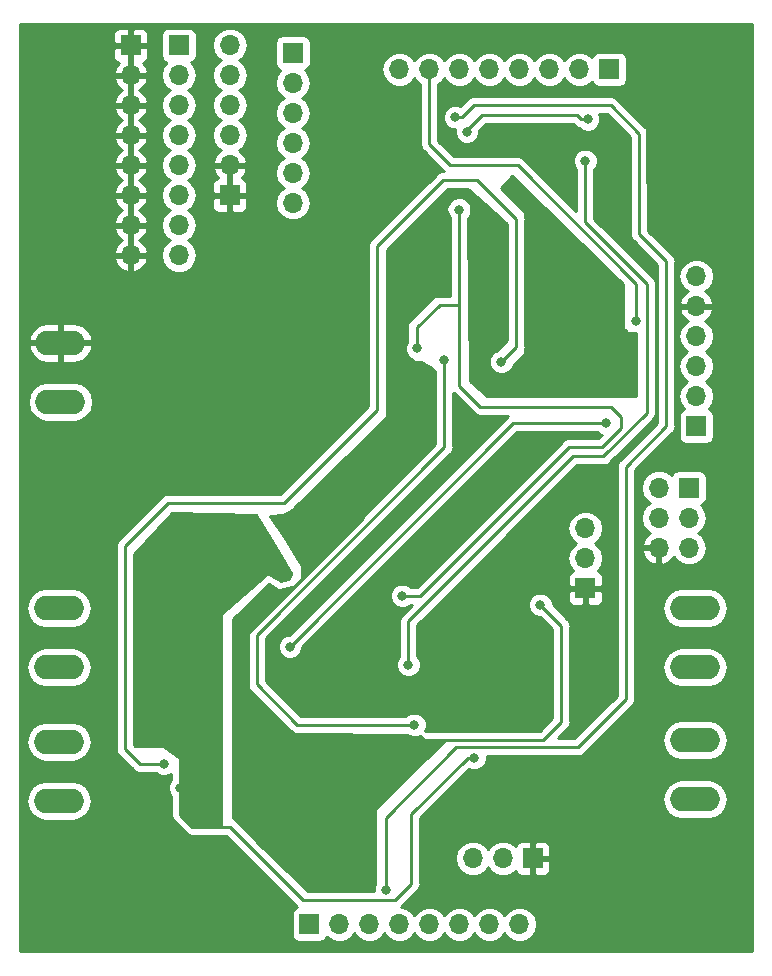
<source format=gbr>
G04 #@! TF.GenerationSoftware,KiCad,Pcbnew,(5.0.1)-3*
G04 #@! TF.CreationDate,2019-03-11T17:07:32+01:00*
G04 #@! TF.ProjectId,Arduino_Uno_R3_From_Scratch,41726475696E6F5F556E6F5F52335F46,rev?*
G04 #@! TF.SameCoordinates,Original*
G04 #@! TF.FileFunction,Copper,L2,Bot,Signal*
G04 #@! TF.FilePolarity,Positive*
%FSLAX46Y46*%
G04 Gerber Fmt 4.6, Leading zero omitted, Abs format (unit mm)*
G04 Created by KiCad (PCBNEW (5.0.1)-3) date 11/03/2019 17:07:32*
%MOMM*%
%LPD*%
G01*
G04 APERTURE LIST*
G04 #@! TA.AperFunction,ComponentPad*
%ADD10O,4.198620X2.098040*%
G04 #@! TD*
G04 #@! TA.AperFunction,ComponentPad*
%ADD11R,1.700000X1.700000*%
G04 #@! TD*
G04 #@! TA.AperFunction,ComponentPad*
%ADD12O,1.700000X1.700000*%
G04 #@! TD*
G04 #@! TA.AperFunction,ViaPad*
%ADD13C,0.800000*%
G04 #@! TD*
G04 #@! TA.AperFunction,Conductor*
%ADD14C,0.250000*%
G04 #@! TD*
G04 #@! TA.AperFunction,Conductor*
%ADD15C,0.254000*%
G04 #@! TD*
G04 APERTURE END LIST*
D10*
G04 #@! TO.P,GND,1*
G04 #@! TO.N,GND*
X79756000Y-96941640D03*
G04 #@! TO.P,GND,2*
G04 #@! TO.N,/DecouplingCapacitors/VM*
X79756000Y-101940360D03*
G04 #@! TD*
D11*
G04 #@! TO.P,ICSP2,1*
G04 #@! TO.N,328P_ICSP_MISO*
X132969000Y-109220000D03*
D12*
G04 #@! TO.P,ICSP2,2*
G04 #@! TO.N,5V_LDO*
X130429000Y-109220000D03*
G04 #@! TO.P,ICSP2,3*
G04 #@! TO.N,328P_ICSP_SCK*
X132969000Y-111760000D03*
G04 #@! TO.P,ICSP2,4*
G04 #@! TO.N,328P_ICSP_MOSI*
X130429000Y-111760000D03*
G04 #@! TO.P,ICSP2,5*
G04 #@! TO.N,/ATMEGA328P/328P_RESET*
X132969000Y-114300000D03*
G04 #@! TO.P,ICSP2,6*
G04 #@! TO.N,GND*
X130429000Y-114300000D03*
G04 #@! TD*
D11*
G04 #@! TO.P,IO_Expander (IC2),1*
G04 #@! TO.N,Net-(IO_EXPANDER_IC2-Pad4)*
X100838000Y-146177000D03*
D12*
G04 #@! TO.P,IO_Expander (IC2),2*
G04 #@! TO.N,Net-(IO_EXPANDER_IC2-Pad5)*
X103378000Y-146177000D03*
G04 #@! TO.P,IO_Expander (IC2),3*
G04 #@! TO.N,Net-(IO_EXPANDER_IC2-Pad6)*
X105918000Y-146177000D03*
G04 #@! TO.P,IO_Expander (IC2),4*
G04 #@! TO.N,Net-(IO_EXPANDER_IC2-Pad7)*
X108458000Y-146177000D03*
G04 #@! TO.P,IO_Expander (IC2),5*
G04 #@! TO.N,Net-(IO_EXPANDER_IC2-Pad9)*
X110998000Y-146177000D03*
G04 #@! TO.P,IO_Expander (IC2),6*
G04 #@! TO.N,Net-(IO_EXPANDER_IC2-Pad10)*
X113538000Y-146177000D03*
G04 #@! TO.P,IO_Expander (IC2),7*
G04 #@! TO.N,Net-(IO_EXPANDER_IC2-Pad11)*
X116078000Y-146177000D03*
G04 #@! TO.P,IO_Expander (IC2),8*
G04 #@! TO.N,Net-(IO_EXPANDER_IC2-Pad12)*
X118618000Y-146177000D03*
G04 #@! TD*
D11*
G04 #@! TO.P,J1,1*
G04 #@! TO.N,GND*
X119761000Y-140589000D03*
D12*
G04 #@! TO.P,J1,2*
G04 #@! TO.N,/IOExpander/INT1*
X117221000Y-140589000D03*
G04 #@! TO.P,J1,3*
G04 #@! TO.N,/IOExpander/INT2*
X114681000Y-140589000D03*
G04 #@! TD*
G04 #@! TO.P,J2,3*
G04 #@! TO.N,/MotorDriver/STBY*
X124206000Y-112649000D03*
G04 #@! TO.P,J2,2*
G04 #@! TO.N,5V_LDO*
X124206000Y-115189000D03*
D11*
G04 #@! TO.P,J2,1*
G04 #@! TO.N,GND*
X124206000Y-117729000D03*
G04 #@! TD*
D10*
G04 #@! TO.P,MA-1A1,1*
G04 #@! TO.N,/MotorDriver/A01*
X79629000Y-119420640D03*
G04 #@! TO.P,MA-1A1,2*
G04 #@! TO.N,/MotorDriver/A02*
X79629000Y-124419360D03*
G04 #@! TD*
G04 #@! TO.P,MB-1A1,2*
G04 #@! TO.N,/MotorDriver/B02*
X79629000Y-135722360D03*
G04 #@! TO.P,MB-1A1,1*
G04 #@! TO.N,/MotorDriver/B01*
X79629000Y-130723640D03*
G04 #@! TD*
G04 #@! TO.P,MC-1A1,1*
G04 #@! TO.N,/MotorDriver/C01*
X133477000Y-135595360D03*
G04 #@! TO.P,MC-1A1,2*
G04 #@! TO.N,/MotorDriver/C02*
X133477000Y-130596640D03*
G04 #@! TD*
G04 #@! TO.P,MD-1A1,2*
G04 #@! TO.N,/MotorDriver/D02*
X133477000Y-119420640D03*
G04 #@! TO.P,MD-1A1,1*
G04 #@! TO.N,/MotorDriver/D01*
X133477000Y-124419360D03*
G04 #@! TD*
D11*
G04 #@! TO.P,P1,1*
G04 #@! TO.N,GND*
X94107000Y-84455000D03*
D12*
G04 #@! TO.P,P1,2*
X94107000Y-81915000D03*
G04 #@! TO.P,P1,3*
G04 #@! TO.N,3V3_LDO*
X94107000Y-79375000D03*
G04 #@! TO.P,P1,4*
X94107000Y-76835000D03*
G04 #@! TO.P,P1,5*
G04 #@! TO.N,5V_LDO*
X94107000Y-74295000D03*
G04 #@! TO.P,P1,6*
G04 #@! TO.N,/ATMEGA328P/328P_RESET*
X94107000Y-71755000D03*
G04 #@! TD*
G04 #@! TO.P,P2,8*
G04 #@! TO.N,/ATMEGA328P/ARD_AN7*
X108458000Y-73787000D03*
G04 #@! TO.P,P2,7*
G04 #@! TO.N,/ATMEGA328P/ARD_AN6*
X110998000Y-73787000D03*
G04 #@! TO.P,P2,6*
G04 #@! TO.N,/ATMEGA328P/ARD_AN5/SCL*
X113538000Y-73787000D03*
G04 #@! TO.P,P2,5*
G04 #@! TO.N,/ATMEGA328P/ARD_AN4/SDA*
X116078000Y-73787000D03*
G04 #@! TO.P,P2,4*
G04 #@! TO.N,/ATMEGA328P/ARD_AN3*
X118618000Y-73787000D03*
G04 #@! TO.P,P2,3*
G04 #@! TO.N,/ATMEGA328P/ARD_AN2*
X121158000Y-73787000D03*
G04 #@! TO.P,P2,2*
G04 #@! TO.N,/ATMEGA328P/ARD_AN1*
X123698000Y-73787000D03*
D11*
G04 #@! TO.P,P2,1*
G04 #@! TO.N,/ATMEGA328P/ARD_AN0*
X126238000Y-73787000D03*
G04 #@! TD*
D12*
G04 #@! TO.P,P3,6*
G04 #@! TO.N,/ATMEGA328P/AREF*
X133604000Y-91313000D03*
G04 #@! TO.P,P3,5*
G04 #@! TO.N,GND*
X133604000Y-93853000D03*
G04 #@! TO.P,P3,4*
G04 #@! TO.N,328P_ICSP_SCK*
X133604000Y-96393000D03*
G04 #@! TO.P,P3,3*
G04 #@! TO.N,328P_ICSP_MISO*
X133604000Y-98933000D03*
G04 #@! TO.P,P3,2*
G04 #@! TO.N,328P_ICSP_MOSI*
X133604000Y-101473000D03*
D11*
G04 #@! TO.P,P3,1*
G04 #@! TO.N,/ATMEGA328P/ARD_DIG10/SPI_SS*
X133604000Y-104013000D03*
G04 #@! TD*
G04 #@! TO.P,P4,1*
G04 #@! TO.N,/ATMEGA328P/ARD_DIG0*
X99441000Y-72390000D03*
D12*
G04 #@! TO.P,P4,2*
G04 #@! TO.N,/ATMEGA328P/ARD_DIG1*
X99441000Y-74930000D03*
G04 #@! TO.P,P4,3*
G04 #@! TO.N,/ATMEGA328P/ARD_DIG2*
X99441000Y-77470000D03*
G04 #@! TO.P,P4,4*
G04 #@! TO.N,/ATMEGA328P/ARD_DIG4*
X99441000Y-80010000D03*
G04 #@! TO.P,P4,5*
G04 #@! TO.N,/ATMEGA328P/ARD_DIG7*
X99441000Y-82550000D03*
G04 #@! TO.P,P4,6*
G04 #@! TO.N,/ATMEGA328P/ARD_DIG8*
X99441000Y-85090000D03*
G04 #@! TD*
G04 #@! TO.P,P5,8*
G04 #@! TO.N,GND*
X85725000Y-89535000D03*
G04 #@! TO.P,P5,7*
X85725000Y-86995000D03*
G04 #@! TO.P,P5,6*
X85725000Y-84455000D03*
G04 #@! TO.P,P5,5*
X85725000Y-81915000D03*
G04 #@! TO.P,P5,4*
X85725000Y-79375000D03*
G04 #@! TO.P,P5,3*
X85725000Y-76835000D03*
G04 #@! TO.P,P5,2*
X85725000Y-74295000D03*
D11*
G04 #@! TO.P,P5,1*
X85725000Y-71755000D03*
G04 #@! TD*
G04 #@! TO.P,P6,1*
G04 #@! TO.N,5V_LDO*
X89789000Y-71755000D03*
D12*
G04 #@! TO.P,P6,2*
X89789000Y-74295000D03*
G04 #@! TO.P,P6,3*
X89789000Y-76835000D03*
G04 #@! TO.P,P6,4*
X89789000Y-79375000D03*
G04 #@! TO.P,P6,5*
X89789000Y-81915000D03*
G04 #@! TO.P,P6,6*
X89789000Y-84455000D03*
G04 #@! TO.P,P6,7*
X89789000Y-86995000D03*
G04 #@! TO.P,P6,8*
X89789000Y-89535000D03*
G04 #@! TD*
D13*
G04 #@! TO.N,/DecouplingCapacitors/VM*
X89154000Y-113411000D03*
X98933000Y-116586000D03*
X89916000Y-134620000D03*
X114808000Y-132080000D03*
G04 #@! TO.N,GND*
X132715000Y-86741000D03*
X105156000Y-101854000D03*
X105156000Y-101854000D03*
X86233000Y-94742000D03*
X117221000Y-117094000D03*
X126428500Y-81534000D03*
G04 #@! TO.N,5V_LDO*
X97409000Y-118110000D03*
X105410000Y-108966000D03*
X98809000Y-138560000D03*
X120396000Y-119126000D03*
X127508000Y-96139000D03*
G04 #@! TO.N,/ATMEGA328P/328P_RESET*
X124423032Y-78033774D03*
X114173000Y-79084002D03*
G04 #@! TO.N,/ATMEGA328P/ARD_AN5/SCL*
X107315000Y-143256000D03*
X113157000Y-77851000D03*
G04 #@! TO.N,/ATMEGA328P/ARD_AN4/SDA*
X109220000Y-124206000D03*
X124206000Y-81534000D03*
G04 #@! TO.N,/ATMEGA328P/ARD_DIG9*
X99187000Y-122682000D03*
X125984000Y-103759000D03*
G04 #@! TO.N,/ATMEGA328P/ARD_DIG6*
X88519000Y-132588000D03*
X117094000Y-98552000D03*
G04 #@! TO.N,/ATMEGA328P/ARD_DIG5*
X109728000Y-129286000D03*
X112268000Y-98425000D03*
G04 #@! TO.N,/ATMEGA328P/ARD_DIG3*
X109982000Y-97409000D03*
X113538000Y-85667998D03*
X113538000Y-85667996D03*
X108712000Y-118364000D03*
G04 #@! TO.N,/ATMEGA328P/ARD_AN6*
X128524000Y-95123000D03*
G04 #@! TD*
D14*
G04 #@! TO.N,/DecouplingCapacitors/VM*
X94234000Y-113411000D02*
X94869000Y-113411000D01*
X94869000Y-113411000D02*
X95758000Y-113411000D01*
X95758000Y-113411000D02*
X98933000Y-116586000D01*
X98933000Y-116586000D02*
X98933000Y-116586000D01*
X93218000Y-113411000D02*
X93218000Y-129540000D01*
X93218000Y-113411000D02*
X94234000Y-113411000D01*
X89154000Y-113411000D02*
X93218000Y-113411000D01*
X93218000Y-129540000D02*
X89916000Y-132842000D01*
X89916000Y-132842000D02*
X89916000Y-134620000D01*
X89916000Y-134620000D02*
X89916000Y-134620000D01*
X114242315Y-132080000D02*
X109474000Y-136848315D01*
X114808000Y-132080000D02*
X114242315Y-132080000D01*
X109474000Y-136848315D02*
X109474000Y-142748000D01*
X109474000Y-142748000D02*
X108077000Y-144145000D01*
X108077000Y-144145000D02*
X100330000Y-144145000D01*
X100330000Y-144145000D02*
X94107000Y-137922000D01*
X94107000Y-137922000D02*
X90932000Y-137922000D01*
X89916000Y-136906000D02*
X89916000Y-134620000D01*
X90932000Y-137922000D02*
X89916000Y-136906000D01*
G04 #@! TO.N,GND*
X105156000Y-101854000D02*
X105156000Y-101854000D01*
X105156000Y-101854000D02*
X105156000Y-101854000D01*
X117221000Y-114554000D02*
X124333000Y-107442000D01*
X117221000Y-117094000D02*
X117221000Y-114554000D01*
X124333000Y-107442000D02*
X126238000Y-107442000D01*
X126238000Y-107442000D02*
X130302000Y-103378000D01*
X130302000Y-103378000D02*
X130302000Y-91059000D01*
X130302000Y-91059000D02*
X125349000Y-86106000D01*
X125349000Y-82296000D02*
X125349000Y-82169000D01*
X125349000Y-86106000D02*
X125349000Y-82296000D01*
X103632000Y-95377000D02*
X103632000Y-94615000D01*
X86233000Y-94742000D02*
X86868000Y-95377000D01*
X86868000Y-95377000D02*
X103632000Y-95377000D01*
X105156000Y-97790000D02*
X105156000Y-101854000D01*
X103632000Y-94615000D02*
X103632000Y-96266000D01*
X103632000Y-96266000D02*
X105156000Y-97790000D01*
X103632000Y-73406000D02*
X103632000Y-94615000D01*
X106045000Y-70993000D02*
X103632000Y-73406000D01*
X128270000Y-70993000D02*
X106045000Y-70993000D01*
X129413000Y-72136000D02*
X128270000Y-70993000D01*
X132715000Y-86741000D02*
X129413000Y-83439000D01*
X129413000Y-83439000D02*
X129413000Y-72136000D01*
X128905000Y-76073000D02*
X129413000Y-76581000D01*
X125349000Y-80137000D02*
X113855500Y-80137000D01*
X125349000Y-82296000D02*
X125349000Y-80137000D01*
X113411000Y-80137000D02*
X111950500Y-78676500D01*
X111950500Y-78676500D02*
X111950500Y-76644500D01*
X111950500Y-76644500D02*
X112522000Y-76073000D01*
X112522000Y-76073000D02*
X128905000Y-76073000D01*
X113855500Y-80137000D02*
X113411000Y-80137000D01*
X113855500Y-80137000D02*
X113855500Y-80137000D01*
X113855500Y-80137000D02*
X113855500Y-80137000D01*
G04 #@! TO.N,5V_LDO*
X99060000Y-118110000D02*
X105410000Y-111760000D01*
X105410000Y-111760000D02*
X105410000Y-108966000D01*
X105410000Y-108966000D02*
X105410000Y-108966000D01*
X98809000Y-138560000D02*
X98809000Y-130559000D01*
X98234500Y-118935500D02*
X99060000Y-118110000D01*
X97409000Y-118110000D02*
X98234500Y-118935500D01*
X94869000Y-122301000D02*
X99060000Y-118110000D01*
X94869000Y-129540000D02*
X94869000Y-122301000D01*
X98809000Y-130559000D02*
X95888000Y-130559000D01*
X95888000Y-130559000D02*
X94869000Y-129540000D01*
X112392000Y-130559000D02*
X98809000Y-130559000D01*
X120647000Y-130559000D02*
X112392000Y-130559000D01*
X122174000Y-129032000D02*
X120647000Y-130559000D01*
X120396000Y-119126000D02*
X122174000Y-120904000D01*
X122174000Y-120904000D02*
X122174000Y-129032000D01*
X108458000Y-94615000D02*
X108458000Y-103759000D01*
X108458000Y-103759000D02*
X105410000Y-106807000D01*
X110871000Y-92202000D02*
X108458000Y-94615000D01*
X110871000Y-86233000D02*
X110871000Y-92202000D01*
X114046000Y-84455000D02*
X112649000Y-84455000D01*
X125984000Y-96139000D02*
X121158000Y-100965000D01*
X112649000Y-84455000D02*
X110871000Y-86233000D01*
X127508000Y-96139000D02*
X125984000Y-96139000D01*
X121158000Y-100965000D02*
X116713000Y-100965000D01*
X116713000Y-100965000D02*
X114554000Y-98806000D01*
X105410000Y-106807000D02*
X105410000Y-108966000D01*
X114554000Y-98806000D02*
X114554000Y-84963000D01*
X114554000Y-84963000D02*
X114046000Y-84455000D01*
G04 #@! TO.N,/ATMEGA328P/328P_RESET*
X114236500Y-78930500D02*
X114236500Y-79084002D01*
X114173000Y-78930500D02*
X114173000Y-79084002D01*
X115443000Y-77660500D02*
X114173000Y-78930500D01*
X123484073Y-77660500D02*
X115443000Y-77660500D01*
X124423032Y-78033774D02*
X123857347Y-78033774D01*
X123857347Y-78033774D02*
X123484073Y-77660500D01*
G04 #@! TO.N,/ATMEGA328P/ARD_AN5/SCL*
X126365000Y-76835000D02*
X114738685Y-76835000D01*
X128778000Y-79248000D02*
X126365000Y-76835000D01*
X128778000Y-87757000D02*
X128778000Y-79248000D01*
X131064000Y-90043000D02*
X128778000Y-87757000D01*
X131064000Y-104013000D02*
X131064000Y-90043000D01*
X113722685Y-77851000D02*
X113157000Y-77851000D01*
X127635000Y-107442000D02*
X131064000Y-104013000D01*
X114738685Y-76835000D02*
X113722685Y-77851000D01*
X127635000Y-127127000D02*
X127635000Y-107442000D01*
X107315000Y-137160000D02*
X113284000Y-131191000D01*
X113284000Y-131191000D02*
X123571000Y-131191000D01*
X123571000Y-131191000D02*
X127635000Y-127127000D01*
X107315000Y-143256000D02*
X107315000Y-137160000D01*
G04 #@! TO.N,/ATMEGA328P/ARD_AN4/SDA*
X109220000Y-120523000D02*
X109220000Y-124206000D01*
X124206000Y-86741000D02*
X129413000Y-91948000D01*
X124206000Y-81534000D02*
X124206000Y-86741000D01*
X129413000Y-91948000D02*
X129413000Y-102870000D01*
X129413000Y-102870000D02*
X125730000Y-106553000D01*
X125730000Y-106553000D02*
X123190000Y-106553000D01*
X123190000Y-106553000D02*
X109220000Y-120523000D01*
G04 #@! TO.N,/ATMEGA328P/ARD_DIG9*
X99187000Y-122682000D02*
X118110000Y-103759000D01*
X118110000Y-103759000D02*
X125984000Y-103759000D01*
X125984000Y-103759000D02*
X125984000Y-103759000D01*
G04 #@! TO.N,/ATMEGA328P/ARD_DIG6*
X117094000Y-98552000D02*
X117094000Y-98552000D01*
X118364000Y-86487000D02*
X118364000Y-97282000D01*
X112141000Y-83185000D02*
X115062000Y-83185000D01*
X106553000Y-88773000D02*
X112141000Y-83185000D01*
X118364000Y-97282000D02*
X117094000Y-98552000D01*
X106553000Y-102616000D02*
X106553000Y-88773000D01*
X86487000Y-132588000D02*
X85217000Y-131318000D01*
X85217000Y-131318000D02*
X85217000Y-114173000D01*
X115062000Y-83185000D02*
X118364000Y-86487000D01*
X88519000Y-132588000D02*
X86487000Y-132588000D01*
X85217000Y-114173000D02*
X88900000Y-110490000D01*
X88900000Y-110490000D02*
X98679000Y-110490000D01*
X98679000Y-110490000D02*
X106553000Y-102616000D01*
G04 #@! TO.N,/ATMEGA328P/ARD_DIG5*
X109728000Y-129286000D02*
X99822000Y-129286000D01*
X99822000Y-129286000D02*
X96393000Y-125857000D01*
X96393000Y-125857000D02*
X96393000Y-121666000D01*
X96393000Y-121666000D02*
X112268000Y-105791000D01*
X112268000Y-105791000D02*
X112268000Y-98425000D01*
X112268000Y-98425000D02*
X112395000Y-98298000D01*
X112268000Y-98425000D02*
X112268000Y-98425000D01*
G04 #@! TO.N,/ATMEGA328P/ARD_DIG3*
X108712000Y-118364000D02*
X108458000Y-118364000D01*
X110236000Y-118364000D02*
X108712000Y-118364000D01*
X122809000Y-105791000D02*
X110236000Y-118364000D01*
X125603000Y-105791000D02*
X122809000Y-105791000D01*
X113538000Y-93726000D02*
X113538000Y-100584000D01*
X113538000Y-100584000D02*
X115316000Y-102362000D01*
X115316000Y-102362000D02*
X126365000Y-102362000D01*
X126365000Y-102362000D02*
X127254000Y-103251000D01*
X127254000Y-103251000D02*
X127254000Y-104140000D01*
X127254000Y-104140000D02*
X125603000Y-105791000D01*
X109982000Y-95631000D02*
X111887000Y-93726000D01*
X111887000Y-93726000D02*
X113538000Y-93726000D01*
X109982000Y-97409000D02*
X109982000Y-95631000D01*
X113538000Y-86233683D02*
X113538000Y-85667998D01*
X113538000Y-93726000D02*
X113538000Y-86233683D01*
G04 #@! TO.N,/ATMEGA328P/ARD_AN6*
X118491000Y-81915000D02*
X112776000Y-81915000D01*
X128524000Y-95123000D02*
X128524000Y-91948000D01*
X128524000Y-91948000D02*
X118491000Y-81915000D01*
X110998000Y-80137000D02*
X111125000Y-80264000D01*
X110998000Y-73787000D02*
X110998000Y-80137000D01*
X112776000Y-81915000D02*
X111125000Y-80264000D01*
G04 #@! TD*
D15*
G04 #@! TO.N,GND*
G36*
X138303000Y-148463000D02*
X76327000Y-148463000D01*
X76327000Y-135722360D01*
X76861699Y-135722360D01*
X76992399Y-136379432D01*
X77364600Y-136936470D01*
X77921638Y-137308671D01*
X78412853Y-137406380D01*
X80845147Y-137406380D01*
X81336362Y-137308671D01*
X81893400Y-136936470D01*
X82265601Y-136379432D01*
X82396301Y-135722360D01*
X82265601Y-135065288D01*
X81893400Y-134508250D01*
X81336362Y-134136049D01*
X80845147Y-134038340D01*
X78412853Y-134038340D01*
X77921638Y-134136049D01*
X77364600Y-134508250D01*
X76992399Y-135065288D01*
X76861699Y-135722360D01*
X76327000Y-135722360D01*
X76327000Y-130723640D01*
X76861699Y-130723640D01*
X76992399Y-131380712D01*
X77364600Y-131937750D01*
X77921638Y-132309951D01*
X78412853Y-132407660D01*
X80845147Y-132407660D01*
X81336362Y-132309951D01*
X81893400Y-131937750D01*
X82265601Y-131380712D01*
X82396301Y-130723640D01*
X82265601Y-130066568D01*
X81893400Y-129509530D01*
X81336362Y-129137329D01*
X80845147Y-129039620D01*
X78412853Y-129039620D01*
X77921638Y-129137329D01*
X77364600Y-129509530D01*
X76992399Y-130066568D01*
X76861699Y-130723640D01*
X76327000Y-130723640D01*
X76327000Y-124419360D01*
X76861699Y-124419360D01*
X76992399Y-125076432D01*
X77364600Y-125633470D01*
X77921638Y-126005671D01*
X78412853Y-126103380D01*
X80845147Y-126103380D01*
X81336362Y-126005671D01*
X81893400Y-125633470D01*
X82265601Y-125076432D01*
X82396301Y-124419360D01*
X82265601Y-123762288D01*
X81893400Y-123205250D01*
X81336362Y-122833049D01*
X80845147Y-122735340D01*
X78412853Y-122735340D01*
X77921638Y-122833049D01*
X77364600Y-123205250D01*
X76992399Y-123762288D01*
X76861699Y-124419360D01*
X76327000Y-124419360D01*
X76327000Y-119420640D01*
X76861699Y-119420640D01*
X76992399Y-120077712D01*
X77364600Y-120634750D01*
X77921638Y-121006951D01*
X78412853Y-121104660D01*
X80845147Y-121104660D01*
X81336362Y-121006951D01*
X81893400Y-120634750D01*
X82265601Y-120077712D01*
X82396301Y-119420640D01*
X82265601Y-118763568D01*
X81893400Y-118206530D01*
X81336362Y-117834329D01*
X80845147Y-117736620D01*
X78412853Y-117736620D01*
X77921638Y-117834329D01*
X77364600Y-118206530D01*
X76992399Y-118763568D01*
X76861699Y-119420640D01*
X76327000Y-119420640D01*
X76327000Y-114173000D01*
X84442112Y-114173000D01*
X84457001Y-114247852D01*
X84457000Y-131243153D01*
X84442112Y-131318000D01*
X84457000Y-131392847D01*
X84457000Y-131392851D01*
X84501096Y-131614536D01*
X84669071Y-131865929D01*
X84732530Y-131908331D01*
X85896671Y-133072473D01*
X85939071Y-133135929D01*
X86190463Y-133303904D01*
X86412148Y-133348000D01*
X86412152Y-133348000D01*
X86486999Y-133362888D01*
X86561846Y-133348000D01*
X87815289Y-133348000D01*
X87932720Y-133465431D01*
X88313126Y-133623000D01*
X88724874Y-133623000D01*
X89105280Y-133465431D01*
X89156000Y-133414711D01*
X89156001Y-133916288D01*
X89038569Y-134033720D01*
X88881000Y-134414126D01*
X88881000Y-134825874D01*
X89038569Y-135206280D01*
X89156001Y-135323712D01*
X89156000Y-136831153D01*
X89141112Y-136906000D01*
X89156000Y-136980847D01*
X89156000Y-136980851D01*
X89200096Y-137202536D01*
X89368071Y-137453929D01*
X89431530Y-137496331D01*
X90341670Y-138406472D01*
X90384071Y-138469929D01*
X90635463Y-138637904D01*
X90857148Y-138682000D01*
X90857153Y-138682000D01*
X90932000Y-138696888D01*
X91006847Y-138682000D01*
X93792199Y-138682000D01*
X99739671Y-144629473D01*
X99782071Y-144692929D01*
X99813893Y-144714192D01*
X99740235Y-144728843D01*
X99530191Y-144869191D01*
X99389843Y-145079235D01*
X99340560Y-145327000D01*
X99340560Y-147027000D01*
X99389843Y-147274765D01*
X99530191Y-147484809D01*
X99740235Y-147625157D01*
X99988000Y-147674440D01*
X101688000Y-147674440D01*
X101935765Y-147625157D01*
X102145809Y-147484809D01*
X102286157Y-147274765D01*
X102295184Y-147229381D01*
X102307375Y-147247625D01*
X102798582Y-147575839D01*
X103231744Y-147662000D01*
X103524256Y-147662000D01*
X103957418Y-147575839D01*
X104448625Y-147247625D01*
X104648000Y-146949239D01*
X104847375Y-147247625D01*
X105338582Y-147575839D01*
X105771744Y-147662000D01*
X106064256Y-147662000D01*
X106497418Y-147575839D01*
X106988625Y-147247625D01*
X107188000Y-146949239D01*
X107387375Y-147247625D01*
X107878582Y-147575839D01*
X108311744Y-147662000D01*
X108604256Y-147662000D01*
X109037418Y-147575839D01*
X109528625Y-147247625D01*
X109728000Y-146949239D01*
X109927375Y-147247625D01*
X110418582Y-147575839D01*
X110851744Y-147662000D01*
X111144256Y-147662000D01*
X111577418Y-147575839D01*
X112068625Y-147247625D01*
X112268000Y-146949239D01*
X112467375Y-147247625D01*
X112958582Y-147575839D01*
X113391744Y-147662000D01*
X113684256Y-147662000D01*
X114117418Y-147575839D01*
X114608625Y-147247625D01*
X114808000Y-146949239D01*
X115007375Y-147247625D01*
X115498582Y-147575839D01*
X115931744Y-147662000D01*
X116224256Y-147662000D01*
X116657418Y-147575839D01*
X117148625Y-147247625D01*
X117348000Y-146949239D01*
X117547375Y-147247625D01*
X118038582Y-147575839D01*
X118471744Y-147662000D01*
X118764256Y-147662000D01*
X119197418Y-147575839D01*
X119688625Y-147247625D01*
X120016839Y-146756418D01*
X120132092Y-146177000D01*
X120016839Y-145597582D01*
X119688625Y-145106375D01*
X119197418Y-144778161D01*
X118764256Y-144692000D01*
X118471744Y-144692000D01*
X118038582Y-144778161D01*
X117547375Y-145106375D01*
X117348000Y-145404761D01*
X117148625Y-145106375D01*
X116657418Y-144778161D01*
X116224256Y-144692000D01*
X115931744Y-144692000D01*
X115498582Y-144778161D01*
X115007375Y-145106375D01*
X114808000Y-145404761D01*
X114608625Y-145106375D01*
X114117418Y-144778161D01*
X113684256Y-144692000D01*
X113391744Y-144692000D01*
X112958582Y-144778161D01*
X112467375Y-145106375D01*
X112268000Y-145404761D01*
X112068625Y-145106375D01*
X111577418Y-144778161D01*
X111144256Y-144692000D01*
X110851744Y-144692000D01*
X110418582Y-144778161D01*
X109927375Y-145106375D01*
X109728000Y-145404761D01*
X109528625Y-145106375D01*
X109037418Y-144778161D01*
X108621258Y-144695382D01*
X108624929Y-144692929D01*
X108667331Y-144629470D01*
X109958476Y-143338327D01*
X110021929Y-143295929D01*
X110064327Y-143232476D01*
X110064329Y-143232474D01*
X110148102Y-143107098D01*
X110189904Y-143044537D01*
X110234000Y-142822852D01*
X110234000Y-142822848D01*
X110248888Y-142748001D01*
X110234000Y-142673154D01*
X110234000Y-140589000D01*
X113166908Y-140589000D01*
X113282161Y-141168418D01*
X113610375Y-141659625D01*
X114101582Y-141987839D01*
X114534744Y-142074000D01*
X114827256Y-142074000D01*
X115260418Y-141987839D01*
X115751625Y-141659625D01*
X115951000Y-141361239D01*
X116150375Y-141659625D01*
X116641582Y-141987839D01*
X117074744Y-142074000D01*
X117367256Y-142074000D01*
X117800418Y-141987839D01*
X118291625Y-141659625D01*
X118306096Y-141637967D01*
X118372673Y-141798698D01*
X118551301Y-141977327D01*
X118784690Y-142074000D01*
X119475250Y-142074000D01*
X119634000Y-141915250D01*
X119634000Y-140716000D01*
X119888000Y-140716000D01*
X119888000Y-141915250D01*
X120046750Y-142074000D01*
X120737310Y-142074000D01*
X120970699Y-141977327D01*
X121149327Y-141798698D01*
X121246000Y-141565309D01*
X121246000Y-140874750D01*
X121087250Y-140716000D01*
X119888000Y-140716000D01*
X119634000Y-140716000D01*
X119614000Y-140716000D01*
X119614000Y-140462000D01*
X119634000Y-140462000D01*
X119634000Y-139262750D01*
X119888000Y-139262750D01*
X119888000Y-140462000D01*
X121087250Y-140462000D01*
X121246000Y-140303250D01*
X121246000Y-139612691D01*
X121149327Y-139379302D01*
X120970699Y-139200673D01*
X120737310Y-139104000D01*
X120046750Y-139104000D01*
X119888000Y-139262750D01*
X119634000Y-139262750D01*
X119475250Y-139104000D01*
X118784690Y-139104000D01*
X118551301Y-139200673D01*
X118372673Y-139379302D01*
X118306096Y-139540033D01*
X118291625Y-139518375D01*
X117800418Y-139190161D01*
X117367256Y-139104000D01*
X117074744Y-139104000D01*
X116641582Y-139190161D01*
X116150375Y-139518375D01*
X115951000Y-139816761D01*
X115751625Y-139518375D01*
X115260418Y-139190161D01*
X114827256Y-139104000D01*
X114534744Y-139104000D01*
X114101582Y-139190161D01*
X113610375Y-139518375D01*
X113282161Y-140009582D01*
X113166908Y-140589000D01*
X110234000Y-140589000D01*
X110234000Y-137163116D01*
X111801756Y-135595360D01*
X130709699Y-135595360D01*
X130840399Y-136252432D01*
X131212600Y-136809470D01*
X131769638Y-137181671D01*
X132260853Y-137279380D01*
X134693147Y-137279380D01*
X135184362Y-137181671D01*
X135741400Y-136809470D01*
X136113601Y-136252432D01*
X136244301Y-135595360D01*
X136113601Y-134938288D01*
X135741400Y-134381250D01*
X135184362Y-134009049D01*
X134693147Y-133911340D01*
X132260853Y-133911340D01*
X131769638Y-134009049D01*
X131212600Y-134381250D01*
X130840399Y-134938288D01*
X130709699Y-135595360D01*
X111801756Y-135595360D01*
X114375845Y-133021272D01*
X114602126Y-133115000D01*
X115013874Y-133115000D01*
X115394280Y-132957431D01*
X115685431Y-132666280D01*
X115843000Y-132285874D01*
X115843000Y-131951000D01*
X123496153Y-131951000D01*
X123571000Y-131965888D01*
X123645847Y-131951000D01*
X123645852Y-131951000D01*
X123867537Y-131906904D01*
X124118929Y-131738929D01*
X124161331Y-131675470D01*
X125240161Y-130596640D01*
X130709699Y-130596640D01*
X130840399Y-131253712D01*
X131212600Y-131810750D01*
X131769638Y-132182951D01*
X132260853Y-132280660D01*
X134693147Y-132280660D01*
X135184362Y-132182951D01*
X135741400Y-131810750D01*
X136113601Y-131253712D01*
X136244301Y-130596640D01*
X136113601Y-129939568D01*
X135741400Y-129382530D01*
X135184362Y-129010329D01*
X134693147Y-128912620D01*
X132260853Y-128912620D01*
X131769638Y-129010329D01*
X131212600Y-129382530D01*
X130840399Y-129939568D01*
X130709699Y-130596640D01*
X125240161Y-130596640D01*
X128119473Y-127717329D01*
X128182929Y-127674929D01*
X128350904Y-127423537D01*
X128395000Y-127201852D01*
X128395000Y-127201847D01*
X128409888Y-127127000D01*
X128395000Y-127052153D01*
X128395000Y-124419360D01*
X130709699Y-124419360D01*
X130840399Y-125076432D01*
X131212600Y-125633470D01*
X131769638Y-126005671D01*
X132260853Y-126103380D01*
X134693147Y-126103380D01*
X135184362Y-126005671D01*
X135741400Y-125633470D01*
X136113601Y-125076432D01*
X136244301Y-124419360D01*
X136113601Y-123762288D01*
X135741400Y-123205250D01*
X135184362Y-122833049D01*
X134693147Y-122735340D01*
X132260853Y-122735340D01*
X131769638Y-122833049D01*
X131212600Y-123205250D01*
X130840399Y-123762288D01*
X130709699Y-124419360D01*
X128395000Y-124419360D01*
X128395000Y-119420640D01*
X130709699Y-119420640D01*
X130840399Y-120077712D01*
X131212600Y-120634750D01*
X131769638Y-121006951D01*
X132260853Y-121104660D01*
X134693147Y-121104660D01*
X135184362Y-121006951D01*
X135741400Y-120634750D01*
X136113601Y-120077712D01*
X136244301Y-119420640D01*
X136113601Y-118763568D01*
X135741400Y-118206530D01*
X135184362Y-117834329D01*
X134693147Y-117736620D01*
X132260853Y-117736620D01*
X131769638Y-117834329D01*
X131212600Y-118206530D01*
X130840399Y-118763568D01*
X130709699Y-119420640D01*
X128395000Y-119420640D01*
X128395000Y-114656890D01*
X128987524Y-114656890D01*
X129157355Y-115066924D01*
X129547642Y-115495183D01*
X130072108Y-115741486D01*
X130302000Y-115620819D01*
X130302000Y-114427000D01*
X129108845Y-114427000D01*
X128987524Y-114656890D01*
X128395000Y-114656890D01*
X128395000Y-109220000D01*
X128914908Y-109220000D01*
X129030161Y-109799418D01*
X129358375Y-110290625D01*
X129656761Y-110490000D01*
X129358375Y-110689375D01*
X129030161Y-111180582D01*
X128914908Y-111760000D01*
X129030161Y-112339418D01*
X129358375Y-112830625D01*
X129677478Y-113043843D01*
X129547642Y-113104817D01*
X129157355Y-113533076D01*
X128987524Y-113943110D01*
X129108845Y-114173000D01*
X130302000Y-114173000D01*
X130302000Y-114153000D01*
X130556000Y-114153000D01*
X130556000Y-114173000D01*
X130576000Y-114173000D01*
X130576000Y-114427000D01*
X130556000Y-114427000D01*
X130556000Y-115620819D01*
X130785892Y-115741486D01*
X131310358Y-115495183D01*
X131697647Y-115070214D01*
X131898375Y-115370625D01*
X132389582Y-115698839D01*
X132822744Y-115785000D01*
X133115256Y-115785000D01*
X133548418Y-115698839D01*
X134039625Y-115370625D01*
X134367839Y-114879418D01*
X134483092Y-114300000D01*
X134367839Y-113720582D01*
X134039625Y-113229375D01*
X133741239Y-113030000D01*
X134039625Y-112830625D01*
X134367839Y-112339418D01*
X134483092Y-111760000D01*
X134367839Y-111180582D01*
X134039625Y-110689375D01*
X134021381Y-110677184D01*
X134066765Y-110668157D01*
X134276809Y-110527809D01*
X134417157Y-110317765D01*
X134466440Y-110070000D01*
X134466440Y-108370000D01*
X134417157Y-108122235D01*
X134276809Y-107912191D01*
X134066765Y-107771843D01*
X133819000Y-107722560D01*
X132119000Y-107722560D01*
X131871235Y-107771843D01*
X131661191Y-107912191D01*
X131520843Y-108122235D01*
X131511816Y-108167619D01*
X131499625Y-108149375D01*
X131008418Y-107821161D01*
X130575256Y-107735000D01*
X130282744Y-107735000D01*
X129849582Y-107821161D01*
X129358375Y-108149375D01*
X129030161Y-108640582D01*
X128914908Y-109220000D01*
X128395000Y-109220000D01*
X128395000Y-107756801D01*
X131548476Y-104603327D01*
X131611929Y-104560929D01*
X131654327Y-104497476D01*
X131654329Y-104497474D01*
X131779903Y-104309538D01*
X131779904Y-104309537D01*
X131824000Y-104087852D01*
X131824000Y-104087848D01*
X131838888Y-104013001D01*
X131824000Y-103938154D01*
X131824000Y-96393000D01*
X132089908Y-96393000D01*
X132205161Y-96972418D01*
X132533375Y-97463625D01*
X132831761Y-97663000D01*
X132533375Y-97862375D01*
X132205161Y-98353582D01*
X132089908Y-98933000D01*
X132205161Y-99512418D01*
X132533375Y-100003625D01*
X132831761Y-100203000D01*
X132533375Y-100402375D01*
X132205161Y-100893582D01*
X132089908Y-101473000D01*
X132205161Y-102052418D01*
X132533375Y-102543625D01*
X132551619Y-102555816D01*
X132506235Y-102564843D01*
X132296191Y-102705191D01*
X132155843Y-102915235D01*
X132106560Y-103163000D01*
X132106560Y-104863000D01*
X132155843Y-105110765D01*
X132296191Y-105320809D01*
X132506235Y-105461157D01*
X132754000Y-105510440D01*
X134454000Y-105510440D01*
X134701765Y-105461157D01*
X134911809Y-105320809D01*
X135052157Y-105110765D01*
X135101440Y-104863000D01*
X135101440Y-103163000D01*
X135052157Y-102915235D01*
X134911809Y-102705191D01*
X134701765Y-102564843D01*
X134656381Y-102555816D01*
X134674625Y-102543625D01*
X135002839Y-102052418D01*
X135118092Y-101473000D01*
X135002839Y-100893582D01*
X134674625Y-100402375D01*
X134376239Y-100203000D01*
X134674625Y-100003625D01*
X135002839Y-99512418D01*
X135118092Y-98933000D01*
X135002839Y-98353582D01*
X134674625Y-97862375D01*
X134376239Y-97663000D01*
X134674625Y-97463625D01*
X135002839Y-96972418D01*
X135118092Y-96393000D01*
X135002839Y-95813582D01*
X134674625Y-95322375D01*
X134355522Y-95109157D01*
X134485358Y-95048183D01*
X134875645Y-94619924D01*
X135045476Y-94209890D01*
X134924155Y-93980000D01*
X133731000Y-93980000D01*
X133731000Y-94000000D01*
X133477000Y-94000000D01*
X133477000Y-93980000D01*
X132283845Y-93980000D01*
X132162524Y-94209890D01*
X132332355Y-94619924D01*
X132722642Y-95048183D01*
X132852478Y-95109157D01*
X132533375Y-95322375D01*
X132205161Y-95813582D01*
X132089908Y-96393000D01*
X131824000Y-96393000D01*
X131824000Y-91313000D01*
X132089908Y-91313000D01*
X132205161Y-91892418D01*
X132533375Y-92383625D01*
X132852478Y-92596843D01*
X132722642Y-92657817D01*
X132332355Y-93086076D01*
X132162524Y-93496110D01*
X132283845Y-93726000D01*
X133477000Y-93726000D01*
X133477000Y-93706000D01*
X133731000Y-93706000D01*
X133731000Y-93726000D01*
X134924155Y-93726000D01*
X135045476Y-93496110D01*
X134875645Y-93086076D01*
X134485358Y-92657817D01*
X134355522Y-92596843D01*
X134674625Y-92383625D01*
X135002839Y-91892418D01*
X135118092Y-91313000D01*
X135002839Y-90733582D01*
X134674625Y-90242375D01*
X134183418Y-89914161D01*
X133750256Y-89828000D01*
X133457744Y-89828000D01*
X133024582Y-89914161D01*
X132533375Y-90242375D01*
X132205161Y-90733582D01*
X132089908Y-91313000D01*
X131824000Y-91313000D01*
X131824000Y-90117846D01*
X131838888Y-90042999D01*
X131824000Y-89968152D01*
X131824000Y-89968148D01*
X131779904Y-89746463D01*
X131611929Y-89495071D01*
X131548473Y-89452671D01*
X129538000Y-87442199D01*
X129538000Y-79322846D01*
X129552888Y-79247999D01*
X129538000Y-79173152D01*
X129538000Y-79173148D01*
X129493904Y-78951463D01*
X129429883Y-78855649D01*
X129368329Y-78763526D01*
X129368327Y-78763524D01*
X129325929Y-78700071D01*
X129262476Y-78657673D01*
X126955331Y-76350530D01*
X126912929Y-76287071D01*
X126661537Y-76119096D01*
X126439852Y-76075000D01*
X126439847Y-76075000D01*
X126365000Y-76060112D01*
X126290153Y-76075000D01*
X114813532Y-76075000D01*
X114738685Y-76060112D01*
X114663838Y-76075000D01*
X114663833Y-76075000D01*
X114442148Y-76119096D01*
X114190756Y-76287071D01*
X114148356Y-76350527D01*
X113589155Y-76909729D01*
X113362874Y-76816000D01*
X112951126Y-76816000D01*
X112570720Y-76973569D01*
X112279569Y-77264720D01*
X112122000Y-77645126D01*
X112122000Y-78056874D01*
X112279569Y-78437280D01*
X112570720Y-78728431D01*
X112951126Y-78886000D01*
X113138000Y-78886000D01*
X113138000Y-79289876D01*
X113295569Y-79670282D01*
X113586720Y-79961433D01*
X113967126Y-80119002D01*
X114378874Y-80119002D01*
X114759280Y-79961433D01*
X115050431Y-79670282D01*
X115208000Y-79289876D01*
X115208000Y-78970301D01*
X115757802Y-78420500D01*
X123169272Y-78420500D01*
X123267016Y-78518244D01*
X123309418Y-78581703D01*
X123560810Y-78749678D01*
X123703635Y-78778088D01*
X123836752Y-78911205D01*
X124217158Y-79068774D01*
X124628906Y-79068774D01*
X125009312Y-78911205D01*
X125300463Y-78620054D01*
X125458032Y-78239648D01*
X125458032Y-77827900D01*
X125361562Y-77595000D01*
X126050199Y-77595000D01*
X128018001Y-79562804D01*
X128018000Y-87682153D01*
X128003112Y-87757000D01*
X128018000Y-87831847D01*
X128018000Y-87831851D01*
X128062096Y-88053536D01*
X128230071Y-88304929D01*
X128293530Y-88347331D01*
X130304001Y-90357803D01*
X130304000Y-103698197D01*
X127150528Y-106851671D01*
X127087072Y-106894071D01*
X127044672Y-106957527D01*
X127044671Y-106957528D01*
X126919097Y-107145463D01*
X126860112Y-107442000D01*
X126875001Y-107516852D01*
X126875000Y-126812198D01*
X123256199Y-130431000D01*
X121849801Y-130431000D01*
X122658473Y-129622329D01*
X122721929Y-129579929D01*
X122889904Y-129328537D01*
X122934000Y-129106852D01*
X122934000Y-129106848D01*
X122948888Y-129032001D01*
X122934000Y-128957154D01*
X122934000Y-120978848D01*
X122948888Y-120904000D01*
X122934000Y-120829152D01*
X122934000Y-120829148D01*
X122889904Y-120607463D01*
X122889904Y-120607462D01*
X122764329Y-120419527D01*
X122721929Y-120356071D01*
X122658473Y-120313671D01*
X121431000Y-119086199D01*
X121431000Y-118920126D01*
X121273431Y-118539720D01*
X120982280Y-118248569D01*
X120601874Y-118091000D01*
X120190126Y-118091000D01*
X119809720Y-118248569D01*
X119518569Y-118539720D01*
X119361000Y-118920126D01*
X119361000Y-119331874D01*
X119518569Y-119712280D01*
X119809720Y-120003431D01*
X120190126Y-120161000D01*
X120356199Y-120161000D01*
X121414000Y-121218802D01*
X121414001Y-128717197D01*
X120332199Y-129799000D01*
X110635785Y-129799000D01*
X110763000Y-129491874D01*
X110763000Y-129080126D01*
X110605431Y-128699720D01*
X110314280Y-128408569D01*
X109933874Y-128251000D01*
X109522126Y-128251000D01*
X109141720Y-128408569D01*
X109024289Y-128526000D01*
X100136803Y-128526000D01*
X97153000Y-125542199D01*
X97153000Y-121980801D01*
X112752476Y-106381327D01*
X112815929Y-106338929D01*
X112858327Y-106275476D01*
X112858329Y-106275474D01*
X112983903Y-106087538D01*
X112983904Y-106087537D01*
X113028000Y-105865852D01*
X113028000Y-105865848D01*
X113042888Y-105791001D01*
X113028000Y-105716154D01*
X113028000Y-101157272D01*
X113053528Y-101174329D01*
X114725670Y-102846472D01*
X114768071Y-102909929D01*
X114831527Y-102952329D01*
X115019462Y-103077904D01*
X115067605Y-103087480D01*
X115241148Y-103122000D01*
X115241152Y-103122000D01*
X115316000Y-103136888D01*
X115390848Y-103122000D01*
X117695375Y-103122000D01*
X117562071Y-103211071D01*
X117519671Y-103274527D01*
X99147199Y-121647000D01*
X98981126Y-121647000D01*
X98600720Y-121804569D01*
X98309569Y-122095720D01*
X98152000Y-122476126D01*
X98152000Y-122887874D01*
X98309569Y-123268280D01*
X98600720Y-123559431D01*
X98981126Y-123717000D01*
X99392874Y-123717000D01*
X99773280Y-123559431D01*
X100064431Y-123268280D01*
X100222000Y-122887874D01*
X100222000Y-122721801D01*
X118424802Y-104519000D01*
X125280289Y-104519000D01*
X125397720Y-104636431D01*
X125599279Y-104719919D01*
X125288199Y-105031000D01*
X122883846Y-105031000D01*
X122808999Y-105016112D01*
X122734152Y-105031000D01*
X122734148Y-105031000D01*
X122512463Y-105075096D01*
X122261071Y-105243071D01*
X122218671Y-105306527D01*
X109921199Y-117604000D01*
X109415711Y-117604000D01*
X109298280Y-117486569D01*
X108917874Y-117329000D01*
X108506126Y-117329000D01*
X108125720Y-117486569D01*
X107834569Y-117777720D01*
X107677000Y-118158126D01*
X107677000Y-118569874D01*
X107834569Y-118950280D01*
X108125720Y-119241431D01*
X108506126Y-119399000D01*
X108917874Y-119399000D01*
X109298280Y-119241431D01*
X109415711Y-119124000D01*
X109544199Y-119124000D01*
X108735530Y-119932669D01*
X108672071Y-119975071D01*
X108504096Y-120226464D01*
X108460000Y-120448149D01*
X108460000Y-120448153D01*
X108445112Y-120523000D01*
X108460000Y-120597847D01*
X108460001Y-123502288D01*
X108342569Y-123619720D01*
X108185000Y-124000126D01*
X108185000Y-124411874D01*
X108342569Y-124792280D01*
X108633720Y-125083431D01*
X109014126Y-125241000D01*
X109425874Y-125241000D01*
X109806280Y-125083431D01*
X110097431Y-124792280D01*
X110255000Y-124411874D01*
X110255000Y-124000126D01*
X110097431Y-123619720D01*
X109980000Y-123502289D01*
X109980000Y-120837801D01*
X112803051Y-118014750D01*
X122721000Y-118014750D01*
X122721000Y-118705310D01*
X122817673Y-118938699D01*
X122996302Y-119117327D01*
X123229691Y-119214000D01*
X123920250Y-119214000D01*
X124079000Y-119055250D01*
X124079000Y-117856000D01*
X124333000Y-117856000D01*
X124333000Y-119055250D01*
X124491750Y-119214000D01*
X125182309Y-119214000D01*
X125415698Y-119117327D01*
X125594327Y-118938699D01*
X125691000Y-118705310D01*
X125691000Y-118014750D01*
X125532250Y-117856000D01*
X124333000Y-117856000D01*
X124079000Y-117856000D01*
X122879750Y-117856000D01*
X122721000Y-118014750D01*
X112803051Y-118014750D01*
X118168802Y-112649000D01*
X122691908Y-112649000D01*
X122807161Y-113228418D01*
X123135375Y-113719625D01*
X123433761Y-113919000D01*
X123135375Y-114118375D01*
X122807161Y-114609582D01*
X122691908Y-115189000D01*
X122807161Y-115768418D01*
X123135375Y-116259625D01*
X123157033Y-116274096D01*
X122996302Y-116340673D01*
X122817673Y-116519301D01*
X122721000Y-116752690D01*
X122721000Y-117443250D01*
X122879750Y-117602000D01*
X124079000Y-117602000D01*
X124079000Y-117582000D01*
X124333000Y-117582000D01*
X124333000Y-117602000D01*
X125532250Y-117602000D01*
X125691000Y-117443250D01*
X125691000Y-116752690D01*
X125594327Y-116519301D01*
X125415698Y-116340673D01*
X125254967Y-116274096D01*
X125276625Y-116259625D01*
X125604839Y-115768418D01*
X125720092Y-115189000D01*
X125604839Y-114609582D01*
X125276625Y-114118375D01*
X124978239Y-113919000D01*
X125276625Y-113719625D01*
X125604839Y-113228418D01*
X125720092Y-112649000D01*
X125604839Y-112069582D01*
X125276625Y-111578375D01*
X124785418Y-111250161D01*
X124352256Y-111164000D01*
X124059744Y-111164000D01*
X123626582Y-111250161D01*
X123135375Y-111578375D01*
X122807161Y-112069582D01*
X122691908Y-112649000D01*
X118168802Y-112649000D01*
X123504803Y-107313000D01*
X125655153Y-107313000D01*
X125730000Y-107327888D01*
X125804847Y-107313000D01*
X125804852Y-107313000D01*
X126026537Y-107268904D01*
X126277929Y-107100929D01*
X126320331Y-107037470D01*
X129897473Y-103460329D01*
X129960929Y-103417929D01*
X130128904Y-103166537D01*
X130173000Y-102944852D01*
X130173000Y-102944848D01*
X130187888Y-102870000D01*
X130173000Y-102795152D01*
X130173000Y-92022846D01*
X130187888Y-91947999D01*
X130173000Y-91873152D01*
X130173000Y-91873148D01*
X130128904Y-91651463D01*
X129960929Y-91400071D01*
X129897473Y-91357671D01*
X124966000Y-86426199D01*
X124966000Y-82237711D01*
X125083431Y-82120280D01*
X125241000Y-81739874D01*
X125241000Y-81328126D01*
X125083431Y-80947720D01*
X124792280Y-80656569D01*
X124411874Y-80499000D01*
X124000126Y-80499000D01*
X123619720Y-80656569D01*
X123328569Y-80947720D01*
X123171000Y-81328126D01*
X123171000Y-81739874D01*
X123328569Y-82120280D01*
X123446000Y-82237711D01*
X123446001Y-85795199D01*
X119081331Y-81430530D01*
X119038929Y-81367071D01*
X118787537Y-81199096D01*
X118565852Y-81155000D01*
X118565847Y-81155000D01*
X118491000Y-81140112D01*
X118416153Y-81155000D01*
X113090802Y-81155000D01*
X111758000Y-79822199D01*
X111758000Y-75065178D01*
X112068625Y-74857625D01*
X112268000Y-74559239D01*
X112467375Y-74857625D01*
X112958582Y-75185839D01*
X113391744Y-75272000D01*
X113684256Y-75272000D01*
X114117418Y-75185839D01*
X114608625Y-74857625D01*
X114808000Y-74559239D01*
X115007375Y-74857625D01*
X115498582Y-75185839D01*
X115931744Y-75272000D01*
X116224256Y-75272000D01*
X116657418Y-75185839D01*
X117148625Y-74857625D01*
X117348000Y-74559239D01*
X117547375Y-74857625D01*
X118038582Y-75185839D01*
X118471744Y-75272000D01*
X118764256Y-75272000D01*
X119197418Y-75185839D01*
X119688625Y-74857625D01*
X119888000Y-74559239D01*
X120087375Y-74857625D01*
X120578582Y-75185839D01*
X121011744Y-75272000D01*
X121304256Y-75272000D01*
X121737418Y-75185839D01*
X122228625Y-74857625D01*
X122428000Y-74559239D01*
X122627375Y-74857625D01*
X123118582Y-75185839D01*
X123551744Y-75272000D01*
X123844256Y-75272000D01*
X124277418Y-75185839D01*
X124768625Y-74857625D01*
X124780816Y-74839381D01*
X124789843Y-74884765D01*
X124930191Y-75094809D01*
X125140235Y-75235157D01*
X125388000Y-75284440D01*
X127088000Y-75284440D01*
X127335765Y-75235157D01*
X127545809Y-75094809D01*
X127686157Y-74884765D01*
X127735440Y-74637000D01*
X127735440Y-72937000D01*
X127686157Y-72689235D01*
X127545809Y-72479191D01*
X127335765Y-72338843D01*
X127088000Y-72289560D01*
X125388000Y-72289560D01*
X125140235Y-72338843D01*
X124930191Y-72479191D01*
X124789843Y-72689235D01*
X124780816Y-72734619D01*
X124768625Y-72716375D01*
X124277418Y-72388161D01*
X123844256Y-72302000D01*
X123551744Y-72302000D01*
X123118582Y-72388161D01*
X122627375Y-72716375D01*
X122428000Y-73014761D01*
X122228625Y-72716375D01*
X121737418Y-72388161D01*
X121304256Y-72302000D01*
X121011744Y-72302000D01*
X120578582Y-72388161D01*
X120087375Y-72716375D01*
X119888000Y-73014761D01*
X119688625Y-72716375D01*
X119197418Y-72388161D01*
X118764256Y-72302000D01*
X118471744Y-72302000D01*
X118038582Y-72388161D01*
X117547375Y-72716375D01*
X117348000Y-73014761D01*
X117148625Y-72716375D01*
X116657418Y-72388161D01*
X116224256Y-72302000D01*
X115931744Y-72302000D01*
X115498582Y-72388161D01*
X115007375Y-72716375D01*
X114808000Y-73014761D01*
X114608625Y-72716375D01*
X114117418Y-72388161D01*
X113684256Y-72302000D01*
X113391744Y-72302000D01*
X112958582Y-72388161D01*
X112467375Y-72716375D01*
X112268000Y-73014761D01*
X112068625Y-72716375D01*
X111577418Y-72388161D01*
X111144256Y-72302000D01*
X110851744Y-72302000D01*
X110418582Y-72388161D01*
X109927375Y-72716375D01*
X109728000Y-73014761D01*
X109528625Y-72716375D01*
X109037418Y-72388161D01*
X108604256Y-72302000D01*
X108311744Y-72302000D01*
X107878582Y-72388161D01*
X107387375Y-72716375D01*
X107059161Y-73207582D01*
X106943908Y-73787000D01*
X107059161Y-74366418D01*
X107387375Y-74857625D01*
X107878582Y-75185839D01*
X108311744Y-75272000D01*
X108604256Y-75272000D01*
X109037418Y-75185839D01*
X109528625Y-74857625D01*
X109728000Y-74559239D01*
X109927375Y-74857625D01*
X110238000Y-75065178D01*
X110238001Y-80062148D01*
X110223112Y-80137000D01*
X110282097Y-80433537D01*
X110386254Y-80589418D01*
X110450072Y-80684929D01*
X110513528Y-80727329D01*
X110534671Y-80748472D01*
X112185670Y-82399472D01*
X112200717Y-82421991D01*
X112140999Y-82410112D01*
X112066152Y-82425000D01*
X112066148Y-82425000D01*
X111844463Y-82469096D01*
X111844461Y-82469097D01*
X111844462Y-82469097D01*
X111656526Y-82594671D01*
X111656524Y-82594673D01*
X111593071Y-82637071D01*
X111550673Y-82700524D01*
X106068528Y-88182671D01*
X106005072Y-88225071D01*
X105962672Y-88288527D01*
X105962671Y-88288528D01*
X105837097Y-88476463D01*
X105778112Y-88773000D01*
X105793001Y-88847852D01*
X105793000Y-102301198D01*
X98364199Y-109730000D01*
X88974848Y-109730000D01*
X88900000Y-109715112D01*
X88825152Y-109730000D01*
X88825148Y-109730000D01*
X88603463Y-109774096D01*
X88352071Y-109942071D01*
X88309671Y-110005527D01*
X84732528Y-113582671D01*
X84669072Y-113625071D01*
X84626672Y-113688527D01*
X84626671Y-113688528D01*
X84501097Y-113876463D01*
X84442112Y-114173000D01*
X76327000Y-114173000D01*
X76327000Y-101940360D01*
X76988699Y-101940360D01*
X77119399Y-102597432D01*
X77491600Y-103154470D01*
X78048638Y-103526671D01*
X78539853Y-103624380D01*
X80972147Y-103624380D01*
X81463362Y-103526671D01*
X82020400Y-103154470D01*
X82392601Y-102597432D01*
X82523301Y-101940360D01*
X82392601Y-101283288D01*
X82020400Y-100726250D01*
X81463362Y-100354049D01*
X80972147Y-100256340D01*
X78539853Y-100256340D01*
X78048638Y-100354049D01*
X77491600Y-100726250D01*
X77119399Y-101283288D01*
X76988699Y-101940360D01*
X76327000Y-101940360D01*
X76327000Y-97329765D01*
X77067027Y-97329765D01*
X77101278Y-97468755D01*
X77425126Y-98042620D01*
X77943931Y-98448871D01*
X78578710Y-98625660D01*
X79629000Y-98625660D01*
X79629000Y-97068640D01*
X79883000Y-97068640D01*
X79883000Y-98625660D01*
X80933290Y-98625660D01*
X81568069Y-98448871D01*
X82086874Y-98042620D01*
X82410722Y-97468755D01*
X82444973Y-97329765D01*
X82326264Y-97068640D01*
X79883000Y-97068640D01*
X79629000Y-97068640D01*
X77185736Y-97068640D01*
X77067027Y-97329765D01*
X76327000Y-97329765D01*
X76327000Y-96553515D01*
X77067027Y-96553515D01*
X77185736Y-96814640D01*
X79629000Y-96814640D01*
X79629000Y-95257620D01*
X79883000Y-95257620D01*
X79883000Y-96814640D01*
X82326264Y-96814640D01*
X82444973Y-96553515D01*
X82410722Y-96414525D01*
X82086874Y-95840660D01*
X81568069Y-95434409D01*
X80933290Y-95257620D01*
X79883000Y-95257620D01*
X79629000Y-95257620D01*
X78578710Y-95257620D01*
X77943931Y-95434409D01*
X77425126Y-95840660D01*
X77101278Y-96414525D01*
X77067027Y-96553515D01*
X76327000Y-96553515D01*
X76327000Y-89891890D01*
X84283524Y-89891890D01*
X84453355Y-90301924D01*
X84843642Y-90730183D01*
X85368108Y-90976486D01*
X85598000Y-90855819D01*
X85598000Y-89662000D01*
X85852000Y-89662000D01*
X85852000Y-90855819D01*
X86081892Y-90976486D01*
X86606358Y-90730183D01*
X86996645Y-90301924D01*
X87166476Y-89891890D01*
X87045155Y-89662000D01*
X85852000Y-89662000D01*
X85598000Y-89662000D01*
X84404845Y-89662000D01*
X84283524Y-89891890D01*
X76327000Y-89891890D01*
X76327000Y-87351890D01*
X84283524Y-87351890D01*
X84453355Y-87761924D01*
X84843642Y-88190183D01*
X85002954Y-88265000D01*
X84843642Y-88339817D01*
X84453355Y-88768076D01*
X84283524Y-89178110D01*
X84404845Y-89408000D01*
X85598000Y-89408000D01*
X85598000Y-87122000D01*
X85852000Y-87122000D01*
X85852000Y-89408000D01*
X87045155Y-89408000D01*
X87166476Y-89178110D01*
X86996645Y-88768076D01*
X86606358Y-88339817D01*
X86447046Y-88265000D01*
X86606358Y-88190183D01*
X86996645Y-87761924D01*
X87166476Y-87351890D01*
X87045155Y-87122000D01*
X85852000Y-87122000D01*
X85598000Y-87122000D01*
X84404845Y-87122000D01*
X84283524Y-87351890D01*
X76327000Y-87351890D01*
X76327000Y-84811890D01*
X84283524Y-84811890D01*
X84453355Y-85221924D01*
X84843642Y-85650183D01*
X85002954Y-85725000D01*
X84843642Y-85799817D01*
X84453355Y-86228076D01*
X84283524Y-86638110D01*
X84404845Y-86868000D01*
X85598000Y-86868000D01*
X85598000Y-84582000D01*
X85852000Y-84582000D01*
X85852000Y-86868000D01*
X87045155Y-86868000D01*
X87166476Y-86638110D01*
X86996645Y-86228076D01*
X86606358Y-85799817D01*
X86447046Y-85725000D01*
X86606358Y-85650183D01*
X86996645Y-85221924D01*
X87166476Y-84811890D01*
X87045155Y-84582000D01*
X85852000Y-84582000D01*
X85598000Y-84582000D01*
X84404845Y-84582000D01*
X84283524Y-84811890D01*
X76327000Y-84811890D01*
X76327000Y-82271890D01*
X84283524Y-82271890D01*
X84453355Y-82681924D01*
X84843642Y-83110183D01*
X85002954Y-83185000D01*
X84843642Y-83259817D01*
X84453355Y-83688076D01*
X84283524Y-84098110D01*
X84404845Y-84328000D01*
X85598000Y-84328000D01*
X85598000Y-82042000D01*
X85852000Y-82042000D01*
X85852000Y-84328000D01*
X87045155Y-84328000D01*
X87166476Y-84098110D01*
X86996645Y-83688076D01*
X86606358Y-83259817D01*
X86447046Y-83185000D01*
X86606358Y-83110183D01*
X86996645Y-82681924D01*
X87166476Y-82271890D01*
X87045155Y-82042000D01*
X85852000Y-82042000D01*
X85598000Y-82042000D01*
X84404845Y-82042000D01*
X84283524Y-82271890D01*
X76327000Y-82271890D01*
X76327000Y-79731890D01*
X84283524Y-79731890D01*
X84453355Y-80141924D01*
X84843642Y-80570183D01*
X85002954Y-80645000D01*
X84843642Y-80719817D01*
X84453355Y-81148076D01*
X84283524Y-81558110D01*
X84404845Y-81788000D01*
X85598000Y-81788000D01*
X85598000Y-79502000D01*
X85852000Y-79502000D01*
X85852000Y-81788000D01*
X87045155Y-81788000D01*
X87166476Y-81558110D01*
X86996645Y-81148076D01*
X86606358Y-80719817D01*
X86447046Y-80645000D01*
X86606358Y-80570183D01*
X86996645Y-80141924D01*
X87166476Y-79731890D01*
X87045155Y-79502000D01*
X85852000Y-79502000D01*
X85598000Y-79502000D01*
X84404845Y-79502000D01*
X84283524Y-79731890D01*
X76327000Y-79731890D01*
X76327000Y-77191890D01*
X84283524Y-77191890D01*
X84453355Y-77601924D01*
X84843642Y-78030183D01*
X85002954Y-78105000D01*
X84843642Y-78179817D01*
X84453355Y-78608076D01*
X84283524Y-79018110D01*
X84404845Y-79248000D01*
X85598000Y-79248000D01*
X85598000Y-76962000D01*
X85852000Y-76962000D01*
X85852000Y-79248000D01*
X87045155Y-79248000D01*
X87166476Y-79018110D01*
X86996645Y-78608076D01*
X86606358Y-78179817D01*
X86447046Y-78105000D01*
X86606358Y-78030183D01*
X86996645Y-77601924D01*
X87166476Y-77191890D01*
X87045155Y-76962000D01*
X85852000Y-76962000D01*
X85598000Y-76962000D01*
X84404845Y-76962000D01*
X84283524Y-77191890D01*
X76327000Y-77191890D01*
X76327000Y-74651890D01*
X84283524Y-74651890D01*
X84453355Y-75061924D01*
X84843642Y-75490183D01*
X85002954Y-75565000D01*
X84843642Y-75639817D01*
X84453355Y-76068076D01*
X84283524Y-76478110D01*
X84404845Y-76708000D01*
X85598000Y-76708000D01*
X85598000Y-74422000D01*
X85852000Y-74422000D01*
X85852000Y-76708000D01*
X87045155Y-76708000D01*
X87166476Y-76478110D01*
X86996645Y-76068076D01*
X86606358Y-75639817D01*
X86447046Y-75565000D01*
X86606358Y-75490183D01*
X86996645Y-75061924D01*
X87166476Y-74651890D01*
X87045155Y-74422000D01*
X85852000Y-74422000D01*
X85598000Y-74422000D01*
X84404845Y-74422000D01*
X84283524Y-74651890D01*
X76327000Y-74651890D01*
X76327000Y-74295000D01*
X88274908Y-74295000D01*
X88390161Y-74874418D01*
X88718375Y-75365625D01*
X89016761Y-75565000D01*
X88718375Y-75764375D01*
X88390161Y-76255582D01*
X88274908Y-76835000D01*
X88390161Y-77414418D01*
X88718375Y-77905625D01*
X89016761Y-78105000D01*
X88718375Y-78304375D01*
X88390161Y-78795582D01*
X88274908Y-79375000D01*
X88390161Y-79954418D01*
X88718375Y-80445625D01*
X89016761Y-80645000D01*
X88718375Y-80844375D01*
X88390161Y-81335582D01*
X88274908Y-81915000D01*
X88390161Y-82494418D01*
X88718375Y-82985625D01*
X89016761Y-83185000D01*
X88718375Y-83384375D01*
X88390161Y-83875582D01*
X88274908Y-84455000D01*
X88390161Y-85034418D01*
X88718375Y-85525625D01*
X89016761Y-85725000D01*
X88718375Y-85924375D01*
X88390161Y-86415582D01*
X88274908Y-86995000D01*
X88390161Y-87574418D01*
X88718375Y-88065625D01*
X89016761Y-88265000D01*
X88718375Y-88464375D01*
X88390161Y-88955582D01*
X88274908Y-89535000D01*
X88390161Y-90114418D01*
X88718375Y-90605625D01*
X89209582Y-90933839D01*
X89642744Y-91020000D01*
X89935256Y-91020000D01*
X90368418Y-90933839D01*
X90859625Y-90605625D01*
X91187839Y-90114418D01*
X91303092Y-89535000D01*
X91187839Y-88955582D01*
X90859625Y-88464375D01*
X90561239Y-88265000D01*
X90859625Y-88065625D01*
X91187839Y-87574418D01*
X91303092Y-86995000D01*
X91187839Y-86415582D01*
X90859625Y-85924375D01*
X90561239Y-85725000D01*
X90859625Y-85525625D01*
X91187839Y-85034418D01*
X91246252Y-84740750D01*
X92622000Y-84740750D01*
X92622000Y-85431310D01*
X92718673Y-85664699D01*
X92897302Y-85843327D01*
X93130691Y-85940000D01*
X93821250Y-85940000D01*
X93980000Y-85781250D01*
X93980000Y-84582000D01*
X94234000Y-84582000D01*
X94234000Y-85781250D01*
X94392750Y-85940000D01*
X95083309Y-85940000D01*
X95316698Y-85843327D01*
X95495327Y-85664699D01*
X95592000Y-85431310D01*
X95592000Y-84740750D01*
X95433250Y-84582000D01*
X94234000Y-84582000D01*
X93980000Y-84582000D01*
X92780750Y-84582000D01*
X92622000Y-84740750D01*
X91246252Y-84740750D01*
X91303092Y-84455000D01*
X91187839Y-83875582D01*
X90922645Y-83478690D01*
X92622000Y-83478690D01*
X92622000Y-84169250D01*
X92780750Y-84328000D01*
X93980000Y-84328000D01*
X93980000Y-82042000D01*
X94234000Y-82042000D01*
X94234000Y-84328000D01*
X95433250Y-84328000D01*
X95592000Y-84169250D01*
X95592000Y-83478690D01*
X95495327Y-83245301D01*
X95316698Y-83066673D01*
X95107122Y-82979864D01*
X95378645Y-82681924D01*
X95548476Y-82271890D01*
X95427155Y-82042000D01*
X94234000Y-82042000D01*
X93980000Y-82042000D01*
X92786845Y-82042000D01*
X92665524Y-82271890D01*
X92835355Y-82681924D01*
X93106878Y-82979864D01*
X92897302Y-83066673D01*
X92718673Y-83245301D01*
X92622000Y-83478690D01*
X90922645Y-83478690D01*
X90859625Y-83384375D01*
X90561239Y-83185000D01*
X90859625Y-82985625D01*
X91187839Y-82494418D01*
X91303092Y-81915000D01*
X91187839Y-81335582D01*
X90859625Y-80844375D01*
X90561239Y-80645000D01*
X90859625Y-80445625D01*
X91187839Y-79954418D01*
X91303092Y-79375000D01*
X91187839Y-78795582D01*
X90859625Y-78304375D01*
X90561239Y-78105000D01*
X90859625Y-77905625D01*
X91187839Y-77414418D01*
X91303092Y-76835000D01*
X91187839Y-76255582D01*
X90859625Y-75764375D01*
X90561239Y-75565000D01*
X90859625Y-75365625D01*
X91187839Y-74874418D01*
X91303092Y-74295000D01*
X91187839Y-73715582D01*
X90859625Y-73224375D01*
X90841381Y-73212184D01*
X90886765Y-73203157D01*
X91096809Y-73062809D01*
X91237157Y-72852765D01*
X91286440Y-72605000D01*
X91286440Y-71755000D01*
X92592908Y-71755000D01*
X92708161Y-72334418D01*
X93036375Y-72825625D01*
X93334761Y-73025000D01*
X93036375Y-73224375D01*
X92708161Y-73715582D01*
X92592908Y-74295000D01*
X92708161Y-74874418D01*
X93036375Y-75365625D01*
X93334761Y-75565000D01*
X93036375Y-75764375D01*
X92708161Y-76255582D01*
X92592908Y-76835000D01*
X92708161Y-77414418D01*
X93036375Y-77905625D01*
X93334761Y-78105000D01*
X93036375Y-78304375D01*
X92708161Y-78795582D01*
X92592908Y-79375000D01*
X92708161Y-79954418D01*
X93036375Y-80445625D01*
X93355478Y-80658843D01*
X93225642Y-80719817D01*
X92835355Y-81148076D01*
X92665524Y-81558110D01*
X92786845Y-81788000D01*
X93980000Y-81788000D01*
X93980000Y-81768000D01*
X94234000Y-81768000D01*
X94234000Y-81788000D01*
X95427155Y-81788000D01*
X95548476Y-81558110D01*
X95378645Y-81148076D01*
X94988358Y-80719817D01*
X94858522Y-80658843D01*
X95177625Y-80445625D01*
X95505839Y-79954418D01*
X95621092Y-79375000D01*
X95505839Y-78795582D01*
X95177625Y-78304375D01*
X94879239Y-78105000D01*
X95177625Y-77905625D01*
X95505839Y-77414418D01*
X95621092Y-76835000D01*
X95505839Y-76255582D01*
X95177625Y-75764375D01*
X94879239Y-75565000D01*
X95177625Y-75365625D01*
X95468700Y-74930000D01*
X97926908Y-74930000D01*
X98042161Y-75509418D01*
X98370375Y-76000625D01*
X98668761Y-76200000D01*
X98370375Y-76399375D01*
X98042161Y-76890582D01*
X97926908Y-77470000D01*
X98042161Y-78049418D01*
X98370375Y-78540625D01*
X98668761Y-78740000D01*
X98370375Y-78939375D01*
X98042161Y-79430582D01*
X97926908Y-80010000D01*
X98042161Y-80589418D01*
X98370375Y-81080625D01*
X98668761Y-81280000D01*
X98370375Y-81479375D01*
X98042161Y-81970582D01*
X97926908Y-82550000D01*
X98042161Y-83129418D01*
X98370375Y-83620625D01*
X98668761Y-83820000D01*
X98370375Y-84019375D01*
X98042161Y-84510582D01*
X97926908Y-85090000D01*
X98042161Y-85669418D01*
X98370375Y-86160625D01*
X98861582Y-86488839D01*
X99294744Y-86575000D01*
X99587256Y-86575000D01*
X100020418Y-86488839D01*
X100511625Y-86160625D01*
X100839839Y-85669418D01*
X100955092Y-85090000D01*
X100839839Y-84510582D01*
X100511625Y-84019375D01*
X100213239Y-83820000D01*
X100511625Y-83620625D01*
X100839839Y-83129418D01*
X100955092Y-82550000D01*
X100839839Y-81970582D01*
X100511625Y-81479375D01*
X100213239Y-81280000D01*
X100511625Y-81080625D01*
X100839839Y-80589418D01*
X100955092Y-80010000D01*
X100839839Y-79430582D01*
X100511625Y-78939375D01*
X100213239Y-78740000D01*
X100511625Y-78540625D01*
X100839839Y-78049418D01*
X100955092Y-77470000D01*
X100839839Y-76890582D01*
X100511625Y-76399375D01*
X100213239Y-76200000D01*
X100511625Y-76000625D01*
X100839839Y-75509418D01*
X100955092Y-74930000D01*
X100839839Y-74350582D01*
X100511625Y-73859375D01*
X100493381Y-73847184D01*
X100538765Y-73838157D01*
X100748809Y-73697809D01*
X100889157Y-73487765D01*
X100938440Y-73240000D01*
X100938440Y-71540000D01*
X100889157Y-71292235D01*
X100748809Y-71082191D01*
X100538765Y-70941843D01*
X100291000Y-70892560D01*
X98591000Y-70892560D01*
X98343235Y-70941843D01*
X98133191Y-71082191D01*
X97992843Y-71292235D01*
X97943560Y-71540000D01*
X97943560Y-73240000D01*
X97992843Y-73487765D01*
X98133191Y-73697809D01*
X98343235Y-73838157D01*
X98388619Y-73847184D01*
X98370375Y-73859375D01*
X98042161Y-74350582D01*
X97926908Y-74930000D01*
X95468700Y-74930000D01*
X95505839Y-74874418D01*
X95621092Y-74295000D01*
X95505839Y-73715582D01*
X95177625Y-73224375D01*
X94879239Y-73025000D01*
X95177625Y-72825625D01*
X95505839Y-72334418D01*
X95621092Y-71755000D01*
X95505839Y-71175582D01*
X95177625Y-70684375D01*
X94686418Y-70356161D01*
X94253256Y-70270000D01*
X93960744Y-70270000D01*
X93527582Y-70356161D01*
X93036375Y-70684375D01*
X92708161Y-71175582D01*
X92592908Y-71755000D01*
X91286440Y-71755000D01*
X91286440Y-70905000D01*
X91237157Y-70657235D01*
X91096809Y-70447191D01*
X90886765Y-70306843D01*
X90639000Y-70257560D01*
X88939000Y-70257560D01*
X88691235Y-70306843D01*
X88481191Y-70447191D01*
X88340843Y-70657235D01*
X88291560Y-70905000D01*
X88291560Y-72605000D01*
X88340843Y-72852765D01*
X88481191Y-73062809D01*
X88691235Y-73203157D01*
X88736619Y-73212184D01*
X88718375Y-73224375D01*
X88390161Y-73715582D01*
X88274908Y-74295000D01*
X76327000Y-74295000D01*
X76327000Y-72040750D01*
X84240000Y-72040750D01*
X84240000Y-72731310D01*
X84336673Y-72964699D01*
X84515302Y-73143327D01*
X84724878Y-73230136D01*
X84453355Y-73528076D01*
X84283524Y-73938110D01*
X84404845Y-74168000D01*
X85598000Y-74168000D01*
X85598000Y-71882000D01*
X85852000Y-71882000D01*
X85852000Y-74168000D01*
X87045155Y-74168000D01*
X87166476Y-73938110D01*
X86996645Y-73528076D01*
X86725122Y-73230136D01*
X86934698Y-73143327D01*
X87113327Y-72964699D01*
X87210000Y-72731310D01*
X87210000Y-72040750D01*
X87051250Y-71882000D01*
X85852000Y-71882000D01*
X85598000Y-71882000D01*
X84398750Y-71882000D01*
X84240000Y-72040750D01*
X76327000Y-72040750D01*
X76327000Y-70778690D01*
X84240000Y-70778690D01*
X84240000Y-71469250D01*
X84398750Y-71628000D01*
X85598000Y-71628000D01*
X85598000Y-70428750D01*
X85852000Y-70428750D01*
X85852000Y-71628000D01*
X87051250Y-71628000D01*
X87210000Y-71469250D01*
X87210000Y-70778690D01*
X87113327Y-70545301D01*
X86934698Y-70366673D01*
X86701309Y-70270000D01*
X86010750Y-70270000D01*
X85852000Y-70428750D01*
X85598000Y-70428750D01*
X85439250Y-70270000D01*
X84748691Y-70270000D01*
X84515302Y-70366673D01*
X84336673Y-70545301D01*
X84240000Y-70778690D01*
X76327000Y-70778690D01*
X76327000Y-69977000D01*
X138303000Y-69977000D01*
X138303000Y-148463000D01*
X138303000Y-148463000D01*
G37*
X138303000Y-148463000D02*
X76327000Y-148463000D01*
X76327000Y-135722360D01*
X76861699Y-135722360D01*
X76992399Y-136379432D01*
X77364600Y-136936470D01*
X77921638Y-137308671D01*
X78412853Y-137406380D01*
X80845147Y-137406380D01*
X81336362Y-137308671D01*
X81893400Y-136936470D01*
X82265601Y-136379432D01*
X82396301Y-135722360D01*
X82265601Y-135065288D01*
X81893400Y-134508250D01*
X81336362Y-134136049D01*
X80845147Y-134038340D01*
X78412853Y-134038340D01*
X77921638Y-134136049D01*
X77364600Y-134508250D01*
X76992399Y-135065288D01*
X76861699Y-135722360D01*
X76327000Y-135722360D01*
X76327000Y-130723640D01*
X76861699Y-130723640D01*
X76992399Y-131380712D01*
X77364600Y-131937750D01*
X77921638Y-132309951D01*
X78412853Y-132407660D01*
X80845147Y-132407660D01*
X81336362Y-132309951D01*
X81893400Y-131937750D01*
X82265601Y-131380712D01*
X82396301Y-130723640D01*
X82265601Y-130066568D01*
X81893400Y-129509530D01*
X81336362Y-129137329D01*
X80845147Y-129039620D01*
X78412853Y-129039620D01*
X77921638Y-129137329D01*
X77364600Y-129509530D01*
X76992399Y-130066568D01*
X76861699Y-130723640D01*
X76327000Y-130723640D01*
X76327000Y-124419360D01*
X76861699Y-124419360D01*
X76992399Y-125076432D01*
X77364600Y-125633470D01*
X77921638Y-126005671D01*
X78412853Y-126103380D01*
X80845147Y-126103380D01*
X81336362Y-126005671D01*
X81893400Y-125633470D01*
X82265601Y-125076432D01*
X82396301Y-124419360D01*
X82265601Y-123762288D01*
X81893400Y-123205250D01*
X81336362Y-122833049D01*
X80845147Y-122735340D01*
X78412853Y-122735340D01*
X77921638Y-122833049D01*
X77364600Y-123205250D01*
X76992399Y-123762288D01*
X76861699Y-124419360D01*
X76327000Y-124419360D01*
X76327000Y-119420640D01*
X76861699Y-119420640D01*
X76992399Y-120077712D01*
X77364600Y-120634750D01*
X77921638Y-121006951D01*
X78412853Y-121104660D01*
X80845147Y-121104660D01*
X81336362Y-121006951D01*
X81893400Y-120634750D01*
X82265601Y-120077712D01*
X82396301Y-119420640D01*
X82265601Y-118763568D01*
X81893400Y-118206530D01*
X81336362Y-117834329D01*
X80845147Y-117736620D01*
X78412853Y-117736620D01*
X77921638Y-117834329D01*
X77364600Y-118206530D01*
X76992399Y-118763568D01*
X76861699Y-119420640D01*
X76327000Y-119420640D01*
X76327000Y-114173000D01*
X84442112Y-114173000D01*
X84457001Y-114247852D01*
X84457000Y-131243153D01*
X84442112Y-131318000D01*
X84457000Y-131392847D01*
X84457000Y-131392851D01*
X84501096Y-131614536D01*
X84669071Y-131865929D01*
X84732530Y-131908331D01*
X85896671Y-133072473D01*
X85939071Y-133135929D01*
X86190463Y-133303904D01*
X86412148Y-133348000D01*
X86412152Y-133348000D01*
X86486999Y-133362888D01*
X86561846Y-133348000D01*
X87815289Y-133348000D01*
X87932720Y-133465431D01*
X88313126Y-133623000D01*
X88724874Y-133623000D01*
X89105280Y-133465431D01*
X89156000Y-133414711D01*
X89156001Y-133916288D01*
X89038569Y-134033720D01*
X88881000Y-134414126D01*
X88881000Y-134825874D01*
X89038569Y-135206280D01*
X89156001Y-135323712D01*
X89156000Y-136831153D01*
X89141112Y-136906000D01*
X89156000Y-136980847D01*
X89156000Y-136980851D01*
X89200096Y-137202536D01*
X89368071Y-137453929D01*
X89431530Y-137496331D01*
X90341670Y-138406472D01*
X90384071Y-138469929D01*
X90635463Y-138637904D01*
X90857148Y-138682000D01*
X90857153Y-138682000D01*
X90932000Y-138696888D01*
X91006847Y-138682000D01*
X93792199Y-138682000D01*
X99739671Y-144629473D01*
X99782071Y-144692929D01*
X99813893Y-144714192D01*
X99740235Y-144728843D01*
X99530191Y-144869191D01*
X99389843Y-145079235D01*
X99340560Y-145327000D01*
X99340560Y-147027000D01*
X99389843Y-147274765D01*
X99530191Y-147484809D01*
X99740235Y-147625157D01*
X99988000Y-147674440D01*
X101688000Y-147674440D01*
X101935765Y-147625157D01*
X102145809Y-147484809D01*
X102286157Y-147274765D01*
X102295184Y-147229381D01*
X102307375Y-147247625D01*
X102798582Y-147575839D01*
X103231744Y-147662000D01*
X103524256Y-147662000D01*
X103957418Y-147575839D01*
X104448625Y-147247625D01*
X104648000Y-146949239D01*
X104847375Y-147247625D01*
X105338582Y-147575839D01*
X105771744Y-147662000D01*
X106064256Y-147662000D01*
X106497418Y-147575839D01*
X106988625Y-147247625D01*
X107188000Y-146949239D01*
X107387375Y-147247625D01*
X107878582Y-147575839D01*
X108311744Y-147662000D01*
X108604256Y-147662000D01*
X109037418Y-147575839D01*
X109528625Y-147247625D01*
X109728000Y-146949239D01*
X109927375Y-147247625D01*
X110418582Y-147575839D01*
X110851744Y-147662000D01*
X111144256Y-147662000D01*
X111577418Y-147575839D01*
X112068625Y-147247625D01*
X112268000Y-146949239D01*
X112467375Y-147247625D01*
X112958582Y-147575839D01*
X113391744Y-147662000D01*
X113684256Y-147662000D01*
X114117418Y-147575839D01*
X114608625Y-147247625D01*
X114808000Y-146949239D01*
X115007375Y-147247625D01*
X115498582Y-147575839D01*
X115931744Y-147662000D01*
X116224256Y-147662000D01*
X116657418Y-147575839D01*
X117148625Y-147247625D01*
X117348000Y-146949239D01*
X117547375Y-147247625D01*
X118038582Y-147575839D01*
X118471744Y-147662000D01*
X118764256Y-147662000D01*
X119197418Y-147575839D01*
X119688625Y-147247625D01*
X120016839Y-146756418D01*
X120132092Y-146177000D01*
X120016839Y-145597582D01*
X119688625Y-145106375D01*
X119197418Y-144778161D01*
X118764256Y-144692000D01*
X118471744Y-144692000D01*
X118038582Y-144778161D01*
X117547375Y-145106375D01*
X117348000Y-145404761D01*
X117148625Y-145106375D01*
X116657418Y-144778161D01*
X116224256Y-144692000D01*
X115931744Y-144692000D01*
X115498582Y-144778161D01*
X115007375Y-145106375D01*
X114808000Y-145404761D01*
X114608625Y-145106375D01*
X114117418Y-144778161D01*
X113684256Y-144692000D01*
X113391744Y-144692000D01*
X112958582Y-144778161D01*
X112467375Y-145106375D01*
X112268000Y-145404761D01*
X112068625Y-145106375D01*
X111577418Y-144778161D01*
X111144256Y-144692000D01*
X110851744Y-144692000D01*
X110418582Y-144778161D01*
X109927375Y-145106375D01*
X109728000Y-145404761D01*
X109528625Y-145106375D01*
X109037418Y-144778161D01*
X108621258Y-144695382D01*
X108624929Y-144692929D01*
X108667331Y-144629470D01*
X109958476Y-143338327D01*
X110021929Y-143295929D01*
X110064327Y-143232476D01*
X110064329Y-143232474D01*
X110148102Y-143107098D01*
X110189904Y-143044537D01*
X110234000Y-142822852D01*
X110234000Y-142822848D01*
X110248888Y-142748001D01*
X110234000Y-142673154D01*
X110234000Y-140589000D01*
X113166908Y-140589000D01*
X113282161Y-141168418D01*
X113610375Y-141659625D01*
X114101582Y-141987839D01*
X114534744Y-142074000D01*
X114827256Y-142074000D01*
X115260418Y-141987839D01*
X115751625Y-141659625D01*
X115951000Y-141361239D01*
X116150375Y-141659625D01*
X116641582Y-141987839D01*
X117074744Y-142074000D01*
X117367256Y-142074000D01*
X117800418Y-141987839D01*
X118291625Y-141659625D01*
X118306096Y-141637967D01*
X118372673Y-141798698D01*
X118551301Y-141977327D01*
X118784690Y-142074000D01*
X119475250Y-142074000D01*
X119634000Y-141915250D01*
X119634000Y-140716000D01*
X119888000Y-140716000D01*
X119888000Y-141915250D01*
X120046750Y-142074000D01*
X120737310Y-142074000D01*
X120970699Y-141977327D01*
X121149327Y-141798698D01*
X121246000Y-141565309D01*
X121246000Y-140874750D01*
X121087250Y-140716000D01*
X119888000Y-140716000D01*
X119634000Y-140716000D01*
X119614000Y-140716000D01*
X119614000Y-140462000D01*
X119634000Y-140462000D01*
X119634000Y-139262750D01*
X119888000Y-139262750D01*
X119888000Y-140462000D01*
X121087250Y-140462000D01*
X121246000Y-140303250D01*
X121246000Y-139612691D01*
X121149327Y-139379302D01*
X120970699Y-139200673D01*
X120737310Y-139104000D01*
X120046750Y-139104000D01*
X119888000Y-139262750D01*
X119634000Y-139262750D01*
X119475250Y-139104000D01*
X118784690Y-139104000D01*
X118551301Y-139200673D01*
X118372673Y-139379302D01*
X118306096Y-139540033D01*
X118291625Y-139518375D01*
X117800418Y-139190161D01*
X117367256Y-139104000D01*
X117074744Y-139104000D01*
X116641582Y-139190161D01*
X116150375Y-139518375D01*
X115951000Y-139816761D01*
X115751625Y-139518375D01*
X115260418Y-139190161D01*
X114827256Y-139104000D01*
X114534744Y-139104000D01*
X114101582Y-139190161D01*
X113610375Y-139518375D01*
X113282161Y-140009582D01*
X113166908Y-140589000D01*
X110234000Y-140589000D01*
X110234000Y-137163116D01*
X111801756Y-135595360D01*
X130709699Y-135595360D01*
X130840399Y-136252432D01*
X131212600Y-136809470D01*
X131769638Y-137181671D01*
X132260853Y-137279380D01*
X134693147Y-137279380D01*
X135184362Y-137181671D01*
X135741400Y-136809470D01*
X136113601Y-136252432D01*
X136244301Y-135595360D01*
X136113601Y-134938288D01*
X135741400Y-134381250D01*
X135184362Y-134009049D01*
X134693147Y-133911340D01*
X132260853Y-133911340D01*
X131769638Y-134009049D01*
X131212600Y-134381250D01*
X130840399Y-134938288D01*
X130709699Y-135595360D01*
X111801756Y-135595360D01*
X114375845Y-133021272D01*
X114602126Y-133115000D01*
X115013874Y-133115000D01*
X115394280Y-132957431D01*
X115685431Y-132666280D01*
X115843000Y-132285874D01*
X115843000Y-131951000D01*
X123496153Y-131951000D01*
X123571000Y-131965888D01*
X123645847Y-131951000D01*
X123645852Y-131951000D01*
X123867537Y-131906904D01*
X124118929Y-131738929D01*
X124161331Y-131675470D01*
X125240161Y-130596640D01*
X130709699Y-130596640D01*
X130840399Y-131253712D01*
X131212600Y-131810750D01*
X131769638Y-132182951D01*
X132260853Y-132280660D01*
X134693147Y-132280660D01*
X135184362Y-132182951D01*
X135741400Y-131810750D01*
X136113601Y-131253712D01*
X136244301Y-130596640D01*
X136113601Y-129939568D01*
X135741400Y-129382530D01*
X135184362Y-129010329D01*
X134693147Y-128912620D01*
X132260853Y-128912620D01*
X131769638Y-129010329D01*
X131212600Y-129382530D01*
X130840399Y-129939568D01*
X130709699Y-130596640D01*
X125240161Y-130596640D01*
X128119473Y-127717329D01*
X128182929Y-127674929D01*
X128350904Y-127423537D01*
X128395000Y-127201852D01*
X128395000Y-127201847D01*
X128409888Y-127127000D01*
X128395000Y-127052153D01*
X128395000Y-124419360D01*
X130709699Y-124419360D01*
X130840399Y-125076432D01*
X131212600Y-125633470D01*
X131769638Y-126005671D01*
X132260853Y-126103380D01*
X134693147Y-126103380D01*
X135184362Y-126005671D01*
X135741400Y-125633470D01*
X136113601Y-125076432D01*
X136244301Y-124419360D01*
X136113601Y-123762288D01*
X135741400Y-123205250D01*
X135184362Y-122833049D01*
X134693147Y-122735340D01*
X132260853Y-122735340D01*
X131769638Y-122833049D01*
X131212600Y-123205250D01*
X130840399Y-123762288D01*
X130709699Y-124419360D01*
X128395000Y-124419360D01*
X128395000Y-119420640D01*
X130709699Y-119420640D01*
X130840399Y-120077712D01*
X131212600Y-120634750D01*
X131769638Y-121006951D01*
X132260853Y-121104660D01*
X134693147Y-121104660D01*
X135184362Y-121006951D01*
X135741400Y-120634750D01*
X136113601Y-120077712D01*
X136244301Y-119420640D01*
X136113601Y-118763568D01*
X135741400Y-118206530D01*
X135184362Y-117834329D01*
X134693147Y-117736620D01*
X132260853Y-117736620D01*
X131769638Y-117834329D01*
X131212600Y-118206530D01*
X130840399Y-118763568D01*
X130709699Y-119420640D01*
X128395000Y-119420640D01*
X128395000Y-114656890D01*
X128987524Y-114656890D01*
X129157355Y-115066924D01*
X129547642Y-115495183D01*
X130072108Y-115741486D01*
X130302000Y-115620819D01*
X130302000Y-114427000D01*
X129108845Y-114427000D01*
X128987524Y-114656890D01*
X128395000Y-114656890D01*
X128395000Y-109220000D01*
X128914908Y-109220000D01*
X129030161Y-109799418D01*
X129358375Y-110290625D01*
X129656761Y-110490000D01*
X129358375Y-110689375D01*
X129030161Y-111180582D01*
X128914908Y-111760000D01*
X129030161Y-112339418D01*
X129358375Y-112830625D01*
X129677478Y-113043843D01*
X129547642Y-113104817D01*
X129157355Y-113533076D01*
X128987524Y-113943110D01*
X129108845Y-114173000D01*
X130302000Y-114173000D01*
X130302000Y-114153000D01*
X130556000Y-114153000D01*
X130556000Y-114173000D01*
X130576000Y-114173000D01*
X130576000Y-114427000D01*
X130556000Y-114427000D01*
X130556000Y-115620819D01*
X130785892Y-115741486D01*
X131310358Y-115495183D01*
X131697647Y-115070214D01*
X131898375Y-115370625D01*
X132389582Y-115698839D01*
X132822744Y-115785000D01*
X133115256Y-115785000D01*
X133548418Y-115698839D01*
X134039625Y-115370625D01*
X134367839Y-114879418D01*
X134483092Y-114300000D01*
X134367839Y-113720582D01*
X134039625Y-113229375D01*
X133741239Y-113030000D01*
X134039625Y-112830625D01*
X134367839Y-112339418D01*
X134483092Y-111760000D01*
X134367839Y-111180582D01*
X134039625Y-110689375D01*
X134021381Y-110677184D01*
X134066765Y-110668157D01*
X134276809Y-110527809D01*
X134417157Y-110317765D01*
X134466440Y-110070000D01*
X134466440Y-108370000D01*
X134417157Y-108122235D01*
X134276809Y-107912191D01*
X134066765Y-107771843D01*
X133819000Y-107722560D01*
X132119000Y-107722560D01*
X131871235Y-107771843D01*
X131661191Y-107912191D01*
X131520843Y-108122235D01*
X131511816Y-108167619D01*
X131499625Y-108149375D01*
X131008418Y-107821161D01*
X130575256Y-107735000D01*
X130282744Y-107735000D01*
X129849582Y-107821161D01*
X129358375Y-108149375D01*
X129030161Y-108640582D01*
X128914908Y-109220000D01*
X128395000Y-109220000D01*
X128395000Y-107756801D01*
X131548476Y-104603327D01*
X131611929Y-104560929D01*
X131654327Y-104497476D01*
X131654329Y-104497474D01*
X131779903Y-104309538D01*
X131779904Y-104309537D01*
X131824000Y-104087852D01*
X131824000Y-104087848D01*
X131838888Y-104013001D01*
X131824000Y-103938154D01*
X131824000Y-96393000D01*
X132089908Y-96393000D01*
X132205161Y-96972418D01*
X132533375Y-97463625D01*
X132831761Y-97663000D01*
X132533375Y-97862375D01*
X132205161Y-98353582D01*
X132089908Y-98933000D01*
X132205161Y-99512418D01*
X132533375Y-100003625D01*
X132831761Y-100203000D01*
X132533375Y-100402375D01*
X132205161Y-100893582D01*
X132089908Y-101473000D01*
X132205161Y-102052418D01*
X132533375Y-102543625D01*
X132551619Y-102555816D01*
X132506235Y-102564843D01*
X132296191Y-102705191D01*
X132155843Y-102915235D01*
X132106560Y-103163000D01*
X132106560Y-104863000D01*
X132155843Y-105110765D01*
X132296191Y-105320809D01*
X132506235Y-105461157D01*
X132754000Y-105510440D01*
X134454000Y-105510440D01*
X134701765Y-105461157D01*
X134911809Y-105320809D01*
X135052157Y-105110765D01*
X135101440Y-104863000D01*
X135101440Y-103163000D01*
X135052157Y-102915235D01*
X134911809Y-102705191D01*
X134701765Y-102564843D01*
X134656381Y-102555816D01*
X134674625Y-102543625D01*
X135002839Y-102052418D01*
X135118092Y-101473000D01*
X135002839Y-100893582D01*
X134674625Y-100402375D01*
X134376239Y-100203000D01*
X134674625Y-100003625D01*
X135002839Y-99512418D01*
X135118092Y-98933000D01*
X135002839Y-98353582D01*
X134674625Y-97862375D01*
X134376239Y-97663000D01*
X134674625Y-97463625D01*
X135002839Y-96972418D01*
X135118092Y-96393000D01*
X135002839Y-95813582D01*
X134674625Y-95322375D01*
X134355522Y-95109157D01*
X134485358Y-95048183D01*
X134875645Y-94619924D01*
X135045476Y-94209890D01*
X134924155Y-93980000D01*
X133731000Y-93980000D01*
X133731000Y-94000000D01*
X133477000Y-94000000D01*
X133477000Y-93980000D01*
X132283845Y-93980000D01*
X132162524Y-94209890D01*
X132332355Y-94619924D01*
X132722642Y-95048183D01*
X132852478Y-95109157D01*
X132533375Y-95322375D01*
X132205161Y-95813582D01*
X132089908Y-96393000D01*
X131824000Y-96393000D01*
X131824000Y-91313000D01*
X132089908Y-91313000D01*
X132205161Y-91892418D01*
X132533375Y-92383625D01*
X132852478Y-92596843D01*
X132722642Y-92657817D01*
X132332355Y-93086076D01*
X132162524Y-93496110D01*
X132283845Y-93726000D01*
X133477000Y-93726000D01*
X133477000Y-93706000D01*
X133731000Y-93706000D01*
X133731000Y-93726000D01*
X134924155Y-93726000D01*
X135045476Y-93496110D01*
X134875645Y-93086076D01*
X134485358Y-92657817D01*
X134355522Y-92596843D01*
X134674625Y-92383625D01*
X135002839Y-91892418D01*
X135118092Y-91313000D01*
X135002839Y-90733582D01*
X134674625Y-90242375D01*
X134183418Y-89914161D01*
X133750256Y-89828000D01*
X133457744Y-89828000D01*
X133024582Y-89914161D01*
X132533375Y-90242375D01*
X132205161Y-90733582D01*
X132089908Y-91313000D01*
X131824000Y-91313000D01*
X131824000Y-90117846D01*
X131838888Y-90042999D01*
X131824000Y-89968152D01*
X131824000Y-89968148D01*
X131779904Y-89746463D01*
X131611929Y-89495071D01*
X131548473Y-89452671D01*
X129538000Y-87442199D01*
X129538000Y-79322846D01*
X129552888Y-79247999D01*
X129538000Y-79173152D01*
X129538000Y-79173148D01*
X129493904Y-78951463D01*
X129429883Y-78855649D01*
X129368329Y-78763526D01*
X129368327Y-78763524D01*
X129325929Y-78700071D01*
X129262476Y-78657673D01*
X126955331Y-76350530D01*
X126912929Y-76287071D01*
X126661537Y-76119096D01*
X126439852Y-76075000D01*
X126439847Y-76075000D01*
X126365000Y-76060112D01*
X126290153Y-76075000D01*
X114813532Y-76075000D01*
X114738685Y-76060112D01*
X114663838Y-76075000D01*
X114663833Y-76075000D01*
X114442148Y-76119096D01*
X114190756Y-76287071D01*
X114148356Y-76350527D01*
X113589155Y-76909729D01*
X113362874Y-76816000D01*
X112951126Y-76816000D01*
X112570720Y-76973569D01*
X112279569Y-77264720D01*
X112122000Y-77645126D01*
X112122000Y-78056874D01*
X112279569Y-78437280D01*
X112570720Y-78728431D01*
X112951126Y-78886000D01*
X113138000Y-78886000D01*
X113138000Y-79289876D01*
X113295569Y-79670282D01*
X113586720Y-79961433D01*
X113967126Y-80119002D01*
X114378874Y-80119002D01*
X114759280Y-79961433D01*
X115050431Y-79670282D01*
X115208000Y-79289876D01*
X115208000Y-78970301D01*
X115757802Y-78420500D01*
X123169272Y-78420500D01*
X123267016Y-78518244D01*
X123309418Y-78581703D01*
X123560810Y-78749678D01*
X123703635Y-78778088D01*
X123836752Y-78911205D01*
X124217158Y-79068774D01*
X124628906Y-79068774D01*
X125009312Y-78911205D01*
X125300463Y-78620054D01*
X125458032Y-78239648D01*
X125458032Y-77827900D01*
X125361562Y-77595000D01*
X126050199Y-77595000D01*
X128018001Y-79562804D01*
X128018000Y-87682153D01*
X128003112Y-87757000D01*
X128018000Y-87831847D01*
X128018000Y-87831851D01*
X128062096Y-88053536D01*
X128230071Y-88304929D01*
X128293530Y-88347331D01*
X130304001Y-90357803D01*
X130304000Y-103698197D01*
X127150528Y-106851671D01*
X127087072Y-106894071D01*
X127044672Y-106957527D01*
X127044671Y-106957528D01*
X126919097Y-107145463D01*
X126860112Y-107442000D01*
X126875001Y-107516852D01*
X126875000Y-126812198D01*
X123256199Y-130431000D01*
X121849801Y-130431000D01*
X122658473Y-129622329D01*
X122721929Y-129579929D01*
X122889904Y-129328537D01*
X122934000Y-129106852D01*
X122934000Y-129106848D01*
X122948888Y-129032001D01*
X122934000Y-128957154D01*
X122934000Y-120978848D01*
X122948888Y-120904000D01*
X122934000Y-120829152D01*
X122934000Y-120829148D01*
X122889904Y-120607463D01*
X122889904Y-120607462D01*
X122764329Y-120419527D01*
X122721929Y-120356071D01*
X122658473Y-120313671D01*
X121431000Y-119086199D01*
X121431000Y-118920126D01*
X121273431Y-118539720D01*
X120982280Y-118248569D01*
X120601874Y-118091000D01*
X120190126Y-118091000D01*
X119809720Y-118248569D01*
X119518569Y-118539720D01*
X119361000Y-118920126D01*
X119361000Y-119331874D01*
X119518569Y-119712280D01*
X119809720Y-120003431D01*
X120190126Y-120161000D01*
X120356199Y-120161000D01*
X121414000Y-121218802D01*
X121414001Y-128717197D01*
X120332199Y-129799000D01*
X110635785Y-129799000D01*
X110763000Y-129491874D01*
X110763000Y-129080126D01*
X110605431Y-128699720D01*
X110314280Y-128408569D01*
X109933874Y-128251000D01*
X109522126Y-128251000D01*
X109141720Y-128408569D01*
X109024289Y-128526000D01*
X100136803Y-128526000D01*
X97153000Y-125542199D01*
X97153000Y-121980801D01*
X112752476Y-106381327D01*
X112815929Y-106338929D01*
X112858327Y-106275476D01*
X112858329Y-106275474D01*
X112983903Y-106087538D01*
X112983904Y-106087537D01*
X113028000Y-105865852D01*
X113028000Y-105865848D01*
X113042888Y-105791001D01*
X113028000Y-105716154D01*
X113028000Y-101157272D01*
X113053528Y-101174329D01*
X114725670Y-102846472D01*
X114768071Y-102909929D01*
X114831527Y-102952329D01*
X115019462Y-103077904D01*
X115067605Y-103087480D01*
X115241148Y-103122000D01*
X115241152Y-103122000D01*
X115316000Y-103136888D01*
X115390848Y-103122000D01*
X117695375Y-103122000D01*
X117562071Y-103211071D01*
X117519671Y-103274527D01*
X99147199Y-121647000D01*
X98981126Y-121647000D01*
X98600720Y-121804569D01*
X98309569Y-122095720D01*
X98152000Y-122476126D01*
X98152000Y-122887874D01*
X98309569Y-123268280D01*
X98600720Y-123559431D01*
X98981126Y-123717000D01*
X99392874Y-123717000D01*
X99773280Y-123559431D01*
X100064431Y-123268280D01*
X100222000Y-122887874D01*
X100222000Y-122721801D01*
X118424802Y-104519000D01*
X125280289Y-104519000D01*
X125397720Y-104636431D01*
X125599279Y-104719919D01*
X125288199Y-105031000D01*
X122883846Y-105031000D01*
X122808999Y-105016112D01*
X122734152Y-105031000D01*
X122734148Y-105031000D01*
X122512463Y-105075096D01*
X122261071Y-105243071D01*
X122218671Y-105306527D01*
X109921199Y-117604000D01*
X109415711Y-117604000D01*
X109298280Y-117486569D01*
X108917874Y-117329000D01*
X108506126Y-117329000D01*
X108125720Y-117486569D01*
X107834569Y-117777720D01*
X107677000Y-118158126D01*
X107677000Y-118569874D01*
X107834569Y-118950280D01*
X108125720Y-119241431D01*
X108506126Y-119399000D01*
X108917874Y-119399000D01*
X109298280Y-119241431D01*
X109415711Y-119124000D01*
X109544199Y-119124000D01*
X108735530Y-119932669D01*
X108672071Y-119975071D01*
X108504096Y-120226464D01*
X108460000Y-120448149D01*
X108460000Y-120448153D01*
X108445112Y-120523000D01*
X108460000Y-120597847D01*
X108460001Y-123502288D01*
X108342569Y-123619720D01*
X108185000Y-124000126D01*
X108185000Y-124411874D01*
X108342569Y-124792280D01*
X108633720Y-125083431D01*
X109014126Y-125241000D01*
X109425874Y-125241000D01*
X109806280Y-125083431D01*
X110097431Y-124792280D01*
X110255000Y-124411874D01*
X110255000Y-124000126D01*
X110097431Y-123619720D01*
X109980000Y-123502289D01*
X109980000Y-120837801D01*
X112803051Y-118014750D01*
X122721000Y-118014750D01*
X122721000Y-118705310D01*
X122817673Y-118938699D01*
X122996302Y-119117327D01*
X123229691Y-119214000D01*
X123920250Y-119214000D01*
X124079000Y-119055250D01*
X124079000Y-117856000D01*
X124333000Y-117856000D01*
X124333000Y-119055250D01*
X124491750Y-119214000D01*
X125182309Y-119214000D01*
X125415698Y-119117327D01*
X125594327Y-118938699D01*
X125691000Y-118705310D01*
X125691000Y-118014750D01*
X125532250Y-117856000D01*
X124333000Y-117856000D01*
X124079000Y-117856000D01*
X122879750Y-117856000D01*
X122721000Y-118014750D01*
X112803051Y-118014750D01*
X118168802Y-112649000D01*
X122691908Y-112649000D01*
X122807161Y-113228418D01*
X123135375Y-113719625D01*
X123433761Y-113919000D01*
X123135375Y-114118375D01*
X122807161Y-114609582D01*
X122691908Y-115189000D01*
X122807161Y-115768418D01*
X123135375Y-116259625D01*
X123157033Y-116274096D01*
X122996302Y-116340673D01*
X122817673Y-116519301D01*
X122721000Y-116752690D01*
X122721000Y-117443250D01*
X122879750Y-117602000D01*
X124079000Y-117602000D01*
X124079000Y-117582000D01*
X124333000Y-117582000D01*
X124333000Y-117602000D01*
X125532250Y-117602000D01*
X125691000Y-117443250D01*
X125691000Y-116752690D01*
X125594327Y-116519301D01*
X125415698Y-116340673D01*
X125254967Y-116274096D01*
X125276625Y-116259625D01*
X125604839Y-115768418D01*
X125720092Y-115189000D01*
X125604839Y-114609582D01*
X125276625Y-114118375D01*
X124978239Y-113919000D01*
X125276625Y-113719625D01*
X125604839Y-113228418D01*
X125720092Y-112649000D01*
X125604839Y-112069582D01*
X125276625Y-111578375D01*
X124785418Y-111250161D01*
X124352256Y-111164000D01*
X124059744Y-111164000D01*
X123626582Y-111250161D01*
X123135375Y-111578375D01*
X122807161Y-112069582D01*
X122691908Y-112649000D01*
X118168802Y-112649000D01*
X123504803Y-107313000D01*
X125655153Y-107313000D01*
X125730000Y-107327888D01*
X125804847Y-107313000D01*
X125804852Y-107313000D01*
X126026537Y-107268904D01*
X126277929Y-107100929D01*
X126320331Y-107037470D01*
X129897473Y-103460329D01*
X129960929Y-103417929D01*
X130128904Y-103166537D01*
X130173000Y-102944852D01*
X130173000Y-102944848D01*
X130187888Y-102870000D01*
X130173000Y-102795152D01*
X130173000Y-92022846D01*
X130187888Y-91947999D01*
X130173000Y-91873152D01*
X130173000Y-91873148D01*
X130128904Y-91651463D01*
X129960929Y-91400071D01*
X129897473Y-91357671D01*
X124966000Y-86426199D01*
X124966000Y-82237711D01*
X125083431Y-82120280D01*
X125241000Y-81739874D01*
X125241000Y-81328126D01*
X125083431Y-80947720D01*
X124792280Y-80656569D01*
X124411874Y-80499000D01*
X124000126Y-80499000D01*
X123619720Y-80656569D01*
X123328569Y-80947720D01*
X123171000Y-81328126D01*
X123171000Y-81739874D01*
X123328569Y-82120280D01*
X123446000Y-82237711D01*
X123446001Y-85795199D01*
X119081331Y-81430530D01*
X119038929Y-81367071D01*
X118787537Y-81199096D01*
X118565852Y-81155000D01*
X118565847Y-81155000D01*
X118491000Y-81140112D01*
X118416153Y-81155000D01*
X113090802Y-81155000D01*
X111758000Y-79822199D01*
X111758000Y-75065178D01*
X112068625Y-74857625D01*
X112268000Y-74559239D01*
X112467375Y-74857625D01*
X112958582Y-75185839D01*
X113391744Y-75272000D01*
X113684256Y-75272000D01*
X114117418Y-75185839D01*
X114608625Y-74857625D01*
X114808000Y-74559239D01*
X115007375Y-74857625D01*
X115498582Y-75185839D01*
X115931744Y-75272000D01*
X116224256Y-75272000D01*
X116657418Y-75185839D01*
X117148625Y-74857625D01*
X117348000Y-74559239D01*
X117547375Y-74857625D01*
X118038582Y-75185839D01*
X118471744Y-75272000D01*
X118764256Y-75272000D01*
X119197418Y-75185839D01*
X119688625Y-74857625D01*
X119888000Y-74559239D01*
X120087375Y-74857625D01*
X120578582Y-75185839D01*
X121011744Y-75272000D01*
X121304256Y-75272000D01*
X121737418Y-75185839D01*
X122228625Y-74857625D01*
X122428000Y-74559239D01*
X122627375Y-74857625D01*
X123118582Y-75185839D01*
X123551744Y-75272000D01*
X123844256Y-75272000D01*
X124277418Y-75185839D01*
X124768625Y-74857625D01*
X124780816Y-74839381D01*
X124789843Y-74884765D01*
X124930191Y-75094809D01*
X125140235Y-75235157D01*
X125388000Y-75284440D01*
X127088000Y-75284440D01*
X127335765Y-75235157D01*
X127545809Y-75094809D01*
X127686157Y-74884765D01*
X127735440Y-74637000D01*
X127735440Y-72937000D01*
X127686157Y-72689235D01*
X127545809Y-72479191D01*
X127335765Y-72338843D01*
X127088000Y-72289560D01*
X125388000Y-72289560D01*
X125140235Y-72338843D01*
X124930191Y-72479191D01*
X124789843Y-72689235D01*
X124780816Y-72734619D01*
X124768625Y-72716375D01*
X124277418Y-72388161D01*
X123844256Y-72302000D01*
X123551744Y-72302000D01*
X123118582Y-72388161D01*
X122627375Y-72716375D01*
X122428000Y-73014761D01*
X122228625Y-72716375D01*
X121737418Y-72388161D01*
X121304256Y-72302000D01*
X121011744Y-72302000D01*
X120578582Y-72388161D01*
X120087375Y-72716375D01*
X119888000Y-73014761D01*
X119688625Y-72716375D01*
X119197418Y-72388161D01*
X118764256Y-72302000D01*
X118471744Y-72302000D01*
X118038582Y-72388161D01*
X117547375Y-72716375D01*
X117348000Y-73014761D01*
X117148625Y-72716375D01*
X116657418Y-72388161D01*
X116224256Y-72302000D01*
X115931744Y-72302000D01*
X115498582Y-72388161D01*
X115007375Y-72716375D01*
X114808000Y-73014761D01*
X114608625Y-72716375D01*
X114117418Y-72388161D01*
X113684256Y-72302000D01*
X113391744Y-72302000D01*
X112958582Y-72388161D01*
X112467375Y-72716375D01*
X112268000Y-73014761D01*
X112068625Y-72716375D01*
X111577418Y-72388161D01*
X111144256Y-72302000D01*
X110851744Y-72302000D01*
X110418582Y-72388161D01*
X109927375Y-72716375D01*
X109728000Y-73014761D01*
X109528625Y-72716375D01*
X109037418Y-72388161D01*
X108604256Y-72302000D01*
X108311744Y-72302000D01*
X107878582Y-72388161D01*
X107387375Y-72716375D01*
X107059161Y-73207582D01*
X106943908Y-73787000D01*
X107059161Y-74366418D01*
X107387375Y-74857625D01*
X107878582Y-75185839D01*
X108311744Y-75272000D01*
X108604256Y-75272000D01*
X109037418Y-75185839D01*
X109528625Y-74857625D01*
X109728000Y-74559239D01*
X109927375Y-74857625D01*
X110238000Y-75065178D01*
X110238001Y-80062148D01*
X110223112Y-80137000D01*
X110282097Y-80433537D01*
X110386254Y-80589418D01*
X110450072Y-80684929D01*
X110513528Y-80727329D01*
X110534671Y-80748472D01*
X112185670Y-82399472D01*
X112200717Y-82421991D01*
X112140999Y-82410112D01*
X112066152Y-82425000D01*
X112066148Y-82425000D01*
X111844463Y-82469096D01*
X111844461Y-82469097D01*
X111844462Y-82469097D01*
X111656526Y-82594671D01*
X111656524Y-82594673D01*
X111593071Y-82637071D01*
X111550673Y-82700524D01*
X106068528Y-88182671D01*
X106005072Y-88225071D01*
X105962672Y-88288527D01*
X105962671Y-88288528D01*
X105837097Y-88476463D01*
X105778112Y-88773000D01*
X105793001Y-88847852D01*
X105793000Y-102301198D01*
X98364199Y-109730000D01*
X88974848Y-109730000D01*
X88900000Y-109715112D01*
X88825152Y-109730000D01*
X88825148Y-109730000D01*
X88603463Y-109774096D01*
X88352071Y-109942071D01*
X88309671Y-110005527D01*
X84732528Y-113582671D01*
X84669072Y-113625071D01*
X84626672Y-113688527D01*
X84626671Y-113688528D01*
X84501097Y-113876463D01*
X84442112Y-114173000D01*
X76327000Y-114173000D01*
X76327000Y-101940360D01*
X76988699Y-101940360D01*
X77119399Y-102597432D01*
X77491600Y-103154470D01*
X78048638Y-103526671D01*
X78539853Y-103624380D01*
X80972147Y-103624380D01*
X81463362Y-103526671D01*
X82020400Y-103154470D01*
X82392601Y-102597432D01*
X82523301Y-101940360D01*
X82392601Y-101283288D01*
X82020400Y-100726250D01*
X81463362Y-100354049D01*
X80972147Y-100256340D01*
X78539853Y-100256340D01*
X78048638Y-100354049D01*
X77491600Y-100726250D01*
X77119399Y-101283288D01*
X76988699Y-101940360D01*
X76327000Y-101940360D01*
X76327000Y-97329765D01*
X77067027Y-97329765D01*
X77101278Y-97468755D01*
X77425126Y-98042620D01*
X77943931Y-98448871D01*
X78578710Y-98625660D01*
X79629000Y-98625660D01*
X79629000Y-97068640D01*
X79883000Y-97068640D01*
X79883000Y-98625660D01*
X80933290Y-98625660D01*
X81568069Y-98448871D01*
X82086874Y-98042620D01*
X82410722Y-97468755D01*
X82444973Y-97329765D01*
X82326264Y-97068640D01*
X79883000Y-97068640D01*
X79629000Y-97068640D01*
X77185736Y-97068640D01*
X77067027Y-97329765D01*
X76327000Y-97329765D01*
X76327000Y-96553515D01*
X77067027Y-96553515D01*
X77185736Y-96814640D01*
X79629000Y-96814640D01*
X79629000Y-95257620D01*
X79883000Y-95257620D01*
X79883000Y-96814640D01*
X82326264Y-96814640D01*
X82444973Y-96553515D01*
X82410722Y-96414525D01*
X82086874Y-95840660D01*
X81568069Y-95434409D01*
X80933290Y-95257620D01*
X79883000Y-95257620D01*
X79629000Y-95257620D01*
X78578710Y-95257620D01*
X77943931Y-95434409D01*
X77425126Y-95840660D01*
X77101278Y-96414525D01*
X77067027Y-96553515D01*
X76327000Y-96553515D01*
X76327000Y-89891890D01*
X84283524Y-89891890D01*
X84453355Y-90301924D01*
X84843642Y-90730183D01*
X85368108Y-90976486D01*
X85598000Y-90855819D01*
X85598000Y-89662000D01*
X85852000Y-89662000D01*
X85852000Y-90855819D01*
X86081892Y-90976486D01*
X86606358Y-90730183D01*
X86996645Y-90301924D01*
X87166476Y-89891890D01*
X87045155Y-89662000D01*
X85852000Y-89662000D01*
X85598000Y-89662000D01*
X84404845Y-89662000D01*
X84283524Y-89891890D01*
X76327000Y-89891890D01*
X76327000Y-87351890D01*
X84283524Y-87351890D01*
X84453355Y-87761924D01*
X84843642Y-88190183D01*
X85002954Y-88265000D01*
X84843642Y-88339817D01*
X84453355Y-88768076D01*
X84283524Y-89178110D01*
X84404845Y-89408000D01*
X85598000Y-89408000D01*
X85598000Y-87122000D01*
X85852000Y-87122000D01*
X85852000Y-89408000D01*
X87045155Y-89408000D01*
X87166476Y-89178110D01*
X86996645Y-88768076D01*
X86606358Y-88339817D01*
X86447046Y-88265000D01*
X86606358Y-88190183D01*
X86996645Y-87761924D01*
X87166476Y-87351890D01*
X87045155Y-87122000D01*
X85852000Y-87122000D01*
X85598000Y-87122000D01*
X84404845Y-87122000D01*
X84283524Y-87351890D01*
X76327000Y-87351890D01*
X76327000Y-84811890D01*
X84283524Y-84811890D01*
X84453355Y-85221924D01*
X84843642Y-85650183D01*
X85002954Y-85725000D01*
X84843642Y-85799817D01*
X84453355Y-86228076D01*
X84283524Y-86638110D01*
X84404845Y-86868000D01*
X85598000Y-86868000D01*
X85598000Y-84582000D01*
X85852000Y-84582000D01*
X85852000Y-86868000D01*
X87045155Y-86868000D01*
X87166476Y-86638110D01*
X86996645Y-86228076D01*
X86606358Y-85799817D01*
X86447046Y-85725000D01*
X86606358Y-85650183D01*
X86996645Y-85221924D01*
X87166476Y-84811890D01*
X87045155Y-84582000D01*
X85852000Y-84582000D01*
X85598000Y-84582000D01*
X84404845Y-84582000D01*
X84283524Y-84811890D01*
X76327000Y-84811890D01*
X76327000Y-82271890D01*
X84283524Y-82271890D01*
X84453355Y-82681924D01*
X84843642Y-83110183D01*
X85002954Y-83185000D01*
X84843642Y-83259817D01*
X84453355Y-83688076D01*
X84283524Y-84098110D01*
X84404845Y-84328000D01*
X85598000Y-84328000D01*
X85598000Y-82042000D01*
X85852000Y-82042000D01*
X85852000Y-84328000D01*
X87045155Y-84328000D01*
X87166476Y-84098110D01*
X86996645Y-83688076D01*
X86606358Y-83259817D01*
X86447046Y-83185000D01*
X86606358Y-83110183D01*
X86996645Y-82681924D01*
X87166476Y-82271890D01*
X87045155Y-82042000D01*
X85852000Y-82042000D01*
X85598000Y-82042000D01*
X84404845Y-82042000D01*
X84283524Y-82271890D01*
X76327000Y-82271890D01*
X76327000Y-79731890D01*
X84283524Y-79731890D01*
X84453355Y-80141924D01*
X84843642Y-80570183D01*
X85002954Y-80645000D01*
X84843642Y-80719817D01*
X84453355Y-81148076D01*
X84283524Y-81558110D01*
X84404845Y-81788000D01*
X85598000Y-81788000D01*
X85598000Y-79502000D01*
X85852000Y-79502000D01*
X85852000Y-81788000D01*
X87045155Y-81788000D01*
X87166476Y-81558110D01*
X86996645Y-81148076D01*
X86606358Y-80719817D01*
X86447046Y-80645000D01*
X86606358Y-80570183D01*
X86996645Y-80141924D01*
X87166476Y-79731890D01*
X87045155Y-79502000D01*
X85852000Y-79502000D01*
X85598000Y-79502000D01*
X84404845Y-79502000D01*
X84283524Y-79731890D01*
X76327000Y-79731890D01*
X76327000Y-77191890D01*
X84283524Y-77191890D01*
X84453355Y-77601924D01*
X84843642Y-78030183D01*
X85002954Y-78105000D01*
X84843642Y-78179817D01*
X84453355Y-78608076D01*
X84283524Y-79018110D01*
X84404845Y-79248000D01*
X85598000Y-79248000D01*
X85598000Y-76962000D01*
X85852000Y-76962000D01*
X85852000Y-79248000D01*
X87045155Y-79248000D01*
X87166476Y-79018110D01*
X86996645Y-78608076D01*
X86606358Y-78179817D01*
X86447046Y-78105000D01*
X86606358Y-78030183D01*
X86996645Y-77601924D01*
X87166476Y-77191890D01*
X87045155Y-76962000D01*
X85852000Y-76962000D01*
X85598000Y-76962000D01*
X84404845Y-76962000D01*
X84283524Y-77191890D01*
X76327000Y-77191890D01*
X76327000Y-74651890D01*
X84283524Y-74651890D01*
X84453355Y-75061924D01*
X84843642Y-75490183D01*
X85002954Y-75565000D01*
X84843642Y-75639817D01*
X84453355Y-76068076D01*
X84283524Y-76478110D01*
X84404845Y-76708000D01*
X85598000Y-76708000D01*
X85598000Y-74422000D01*
X85852000Y-74422000D01*
X85852000Y-76708000D01*
X87045155Y-76708000D01*
X87166476Y-76478110D01*
X86996645Y-76068076D01*
X86606358Y-75639817D01*
X86447046Y-75565000D01*
X86606358Y-75490183D01*
X86996645Y-75061924D01*
X87166476Y-74651890D01*
X87045155Y-74422000D01*
X85852000Y-74422000D01*
X85598000Y-74422000D01*
X84404845Y-74422000D01*
X84283524Y-74651890D01*
X76327000Y-74651890D01*
X76327000Y-74295000D01*
X88274908Y-74295000D01*
X88390161Y-74874418D01*
X88718375Y-75365625D01*
X89016761Y-75565000D01*
X88718375Y-75764375D01*
X88390161Y-76255582D01*
X88274908Y-76835000D01*
X88390161Y-77414418D01*
X88718375Y-77905625D01*
X89016761Y-78105000D01*
X88718375Y-78304375D01*
X88390161Y-78795582D01*
X88274908Y-79375000D01*
X88390161Y-79954418D01*
X88718375Y-80445625D01*
X89016761Y-80645000D01*
X88718375Y-80844375D01*
X88390161Y-81335582D01*
X88274908Y-81915000D01*
X88390161Y-82494418D01*
X88718375Y-82985625D01*
X89016761Y-83185000D01*
X88718375Y-83384375D01*
X88390161Y-83875582D01*
X88274908Y-84455000D01*
X88390161Y-85034418D01*
X88718375Y-85525625D01*
X89016761Y-85725000D01*
X88718375Y-85924375D01*
X88390161Y-86415582D01*
X88274908Y-86995000D01*
X88390161Y-87574418D01*
X88718375Y-88065625D01*
X89016761Y-88265000D01*
X88718375Y-88464375D01*
X88390161Y-88955582D01*
X88274908Y-89535000D01*
X88390161Y-90114418D01*
X88718375Y-90605625D01*
X89209582Y-90933839D01*
X89642744Y-91020000D01*
X89935256Y-91020000D01*
X90368418Y-90933839D01*
X90859625Y-90605625D01*
X91187839Y-90114418D01*
X91303092Y-89535000D01*
X91187839Y-88955582D01*
X90859625Y-88464375D01*
X90561239Y-88265000D01*
X90859625Y-88065625D01*
X91187839Y-87574418D01*
X91303092Y-86995000D01*
X91187839Y-86415582D01*
X90859625Y-85924375D01*
X90561239Y-85725000D01*
X90859625Y-85525625D01*
X91187839Y-85034418D01*
X91246252Y-84740750D01*
X92622000Y-84740750D01*
X92622000Y-85431310D01*
X92718673Y-85664699D01*
X92897302Y-85843327D01*
X93130691Y-85940000D01*
X93821250Y-85940000D01*
X93980000Y-85781250D01*
X93980000Y-84582000D01*
X94234000Y-84582000D01*
X94234000Y-85781250D01*
X94392750Y-85940000D01*
X95083309Y-85940000D01*
X95316698Y-85843327D01*
X95495327Y-85664699D01*
X95592000Y-85431310D01*
X95592000Y-84740750D01*
X95433250Y-84582000D01*
X94234000Y-84582000D01*
X93980000Y-84582000D01*
X92780750Y-84582000D01*
X92622000Y-84740750D01*
X91246252Y-84740750D01*
X91303092Y-84455000D01*
X91187839Y-83875582D01*
X90922645Y-83478690D01*
X92622000Y-83478690D01*
X92622000Y-84169250D01*
X92780750Y-84328000D01*
X93980000Y-84328000D01*
X93980000Y-82042000D01*
X94234000Y-82042000D01*
X94234000Y-84328000D01*
X95433250Y-84328000D01*
X95592000Y-84169250D01*
X95592000Y-83478690D01*
X95495327Y-83245301D01*
X95316698Y-83066673D01*
X95107122Y-82979864D01*
X95378645Y-82681924D01*
X95548476Y-82271890D01*
X95427155Y-82042000D01*
X94234000Y-82042000D01*
X93980000Y-82042000D01*
X92786845Y-82042000D01*
X92665524Y-82271890D01*
X92835355Y-82681924D01*
X93106878Y-82979864D01*
X92897302Y-83066673D01*
X92718673Y-83245301D01*
X92622000Y-83478690D01*
X90922645Y-83478690D01*
X90859625Y-83384375D01*
X90561239Y-83185000D01*
X90859625Y-82985625D01*
X91187839Y-82494418D01*
X91303092Y-81915000D01*
X91187839Y-81335582D01*
X90859625Y-80844375D01*
X90561239Y-80645000D01*
X90859625Y-80445625D01*
X91187839Y-79954418D01*
X91303092Y-79375000D01*
X91187839Y-78795582D01*
X90859625Y-78304375D01*
X90561239Y-78105000D01*
X90859625Y-77905625D01*
X91187839Y-77414418D01*
X91303092Y-76835000D01*
X91187839Y-76255582D01*
X90859625Y-75764375D01*
X90561239Y-75565000D01*
X90859625Y-75365625D01*
X91187839Y-74874418D01*
X91303092Y-74295000D01*
X91187839Y-73715582D01*
X90859625Y-73224375D01*
X90841381Y-73212184D01*
X90886765Y-73203157D01*
X91096809Y-73062809D01*
X91237157Y-72852765D01*
X91286440Y-72605000D01*
X91286440Y-71755000D01*
X92592908Y-71755000D01*
X92708161Y-72334418D01*
X93036375Y-72825625D01*
X93334761Y-73025000D01*
X93036375Y-73224375D01*
X92708161Y-73715582D01*
X92592908Y-74295000D01*
X92708161Y-74874418D01*
X93036375Y-75365625D01*
X93334761Y-75565000D01*
X93036375Y-75764375D01*
X92708161Y-76255582D01*
X92592908Y-76835000D01*
X92708161Y-77414418D01*
X93036375Y-77905625D01*
X93334761Y-78105000D01*
X93036375Y-78304375D01*
X92708161Y-78795582D01*
X92592908Y-79375000D01*
X92708161Y-79954418D01*
X93036375Y-80445625D01*
X93355478Y-80658843D01*
X93225642Y-80719817D01*
X92835355Y-81148076D01*
X92665524Y-81558110D01*
X92786845Y-81788000D01*
X93980000Y-81788000D01*
X93980000Y-81768000D01*
X94234000Y-81768000D01*
X94234000Y-81788000D01*
X95427155Y-81788000D01*
X95548476Y-81558110D01*
X95378645Y-81148076D01*
X94988358Y-80719817D01*
X94858522Y-80658843D01*
X95177625Y-80445625D01*
X95505839Y-79954418D01*
X95621092Y-79375000D01*
X95505839Y-78795582D01*
X95177625Y-78304375D01*
X94879239Y-78105000D01*
X95177625Y-77905625D01*
X95505839Y-77414418D01*
X95621092Y-76835000D01*
X95505839Y-76255582D01*
X95177625Y-75764375D01*
X94879239Y-75565000D01*
X95177625Y-75365625D01*
X95468700Y-74930000D01*
X97926908Y-74930000D01*
X98042161Y-75509418D01*
X98370375Y-76000625D01*
X98668761Y-76200000D01*
X98370375Y-76399375D01*
X98042161Y-76890582D01*
X97926908Y-77470000D01*
X98042161Y-78049418D01*
X98370375Y-78540625D01*
X98668761Y-78740000D01*
X98370375Y-78939375D01*
X98042161Y-79430582D01*
X97926908Y-80010000D01*
X98042161Y-80589418D01*
X98370375Y-81080625D01*
X98668761Y-81280000D01*
X98370375Y-81479375D01*
X98042161Y-81970582D01*
X97926908Y-82550000D01*
X98042161Y-83129418D01*
X98370375Y-83620625D01*
X98668761Y-83820000D01*
X98370375Y-84019375D01*
X98042161Y-84510582D01*
X97926908Y-85090000D01*
X98042161Y-85669418D01*
X98370375Y-86160625D01*
X98861582Y-86488839D01*
X99294744Y-86575000D01*
X99587256Y-86575000D01*
X100020418Y-86488839D01*
X100511625Y-86160625D01*
X100839839Y-85669418D01*
X100955092Y-85090000D01*
X100839839Y-84510582D01*
X100511625Y-84019375D01*
X100213239Y-83820000D01*
X100511625Y-83620625D01*
X100839839Y-83129418D01*
X100955092Y-82550000D01*
X100839839Y-81970582D01*
X100511625Y-81479375D01*
X100213239Y-81280000D01*
X100511625Y-81080625D01*
X100839839Y-80589418D01*
X100955092Y-80010000D01*
X100839839Y-79430582D01*
X100511625Y-78939375D01*
X100213239Y-78740000D01*
X100511625Y-78540625D01*
X100839839Y-78049418D01*
X100955092Y-77470000D01*
X100839839Y-76890582D01*
X100511625Y-76399375D01*
X100213239Y-76200000D01*
X100511625Y-76000625D01*
X100839839Y-75509418D01*
X100955092Y-74930000D01*
X100839839Y-74350582D01*
X100511625Y-73859375D01*
X100493381Y-73847184D01*
X100538765Y-73838157D01*
X100748809Y-73697809D01*
X100889157Y-73487765D01*
X100938440Y-73240000D01*
X100938440Y-71540000D01*
X100889157Y-71292235D01*
X100748809Y-71082191D01*
X100538765Y-70941843D01*
X100291000Y-70892560D01*
X98591000Y-70892560D01*
X98343235Y-70941843D01*
X98133191Y-71082191D01*
X97992843Y-71292235D01*
X97943560Y-71540000D01*
X97943560Y-73240000D01*
X97992843Y-73487765D01*
X98133191Y-73697809D01*
X98343235Y-73838157D01*
X98388619Y-73847184D01*
X98370375Y-73859375D01*
X98042161Y-74350582D01*
X97926908Y-74930000D01*
X95468700Y-74930000D01*
X95505839Y-74874418D01*
X95621092Y-74295000D01*
X95505839Y-73715582D01*
X95177625Y-73224375D01*
X94879239Y-73025000D01*
X95177625Y-72825625D01*
X95505839Y-72334418D01*
X95621092Y-71755000D01*
X95505839Y-71175582D01*
X95177625Y-70684375D01*
X94686418Y-70356161D01*
X94253256Y-70270000D01*
X93960744Y-70270000D01*
X93527582Y-70356161D01*
X93036375Y-70684375D01*
X92708161Y-71175582D01*
X92592908Y-71755000D01*
X91286440Y-71755000D01*
X91286440Y-70905000D01*
X91237157Y-70657235D01*
X91096809Y-70447191D01*
X90886765Y-70306843D01*
X90639000Y-70257560D01*
X88939000Y-70257560D01*
X88691235Y-70306843D01*
X88481191Y-70447191D01*
X88340843Y-70657235D01*
X88291560Y-70905000D01*
X88291560Y-72605000D01*
X88340843Y-72852765D01*
X88481191Y-73062809D01*
X88691235Y-73203157D01*
X88736619Y-73212184D01*
X88718375Y-73224375D01*
X88390161Y-73715582D01*
X88274908Y-74295000D01*
X76327000Y-74295000D01*
X76327000Y-72040750D01*
X84240000Y-72040750D01*
X84240000Y-72731310D01*
X84336673Y-72964699D01*
X84515302Y-73143327D01*
X84724878Y-73230136D01*
X84453355Y-73528076D01*
X84283524Y-73938110D01*
X84404845Y-74168000D01*
X85598000Y-74168000D01*
X85598000Y-71882000D01*
X85852000Y-71882000D01*
X85852000Y-74168000D01*
X87045155Y-74168000D01*
X87166476Y-73938110D01*
X86996645Y-73528076D01*
X86725122Y-73230136D01*
X86934698Y-73143327D01*
X87113327Y-72964699D01*
X87210000Y-72731310D01*
X87210000Y-72040750D01*
X87051250Y-71882000D01*
X85852000Y-71882000D01*
X85598000Y-71882000D01*
X84398750Y-71882000D01*
X84240000Y-72040750D01*
X76327000Y-72040750D01*
X76327000Y-70778690D01*
X84240000Y-70778690D01*
X84240000Y-71469250D01*
X84398750Y-71628000D01*
X85598000Y-71628000D01*
X85598000Y-70428750D01*
X85852000Y-70428750D01*
X85852000Y-71628000D01*
X87051250Y-71628000D01*
X87210000Y-71469250D01*
X87210000Y-70778690D01*
X87113327Y-70545301D01*
X86934698Y-70366673D01*
X86701309Y-70270000D01*
X86010750Y-70270000D01*
X85852000Y-70428750D01*
X85598000Y-70428750D01*
X85439250Y-70270000D01*
X84748691Y-70270000D01*
X84515302Y-70366673D01*
X84336673Y-70545301D01*
X84240000Y-70778690D01*
X76327000Y-70778690D01*
X76327000Y-69977000D01*
X138303000Y-69977000D01*
X138303000Y-148463000D01*
G04 #@! TO.N,5V_LDO*
G36*
X127381000Y-92001614D02*
X127381000Y-96012000D01*
X127390667Y-96060601D01*
X127418197Y-96101803D01*
X127459399Y-96129333D01*
X127508000Y-96139000D01*
X128272256Y-96139000D01*
X128318126Y-96158000D01*
X128524000Y-96158000D01*
X128524000Y-101473000D01*
X115873401Y-101473000D01*
X114426489Y-100146664D01*
X114300276Y-86389429D01*
X114320272Y-86349437D01*
X114415431Y-86254278D01*
X114573000Y-85873872D01*
X114573000Y-85843980D01*
X114667592Y-85654796D01*
X114680680Y-85607003D01*
X114674483Y-85557839D01*
X114651564Y-85516697D01*
X114540303Y-85383183D01*
X114415431Y-85081716D01*
X114124280Y-84790565D01*
X113994357Y-84736749D01*
X113978024Y-84723549D01*
X113939657Y-84714092D01*
X113743874Y-84632996D01*
X113332126Y-84632996D01*
X112951720Y-84790565D01*
X112660569Y-85081716D01*
X112526684Y-85404943D01*
X112428381Y-85512183D01*
X112402667Y-85554542D01*
X112395120Y-85603517D01*
X112416330Y-85668447D01*
X112503000Y-85798452D01*
X112503000Y-85873872D01*
X112660569Y-86254278D01*
X112778001Y-86371710D01*
X112778000Y-92964000D01*
X111951793Y-92964000D01*
X111887000Y-92951112D01*
X111822207Y-92964000D01*
X111506000Y-92964000D01*
X111457399Y-92973667D01*
X111416197Y-93001197D01*
X109130197Y-95287197D01*
X109102667Y-95328399D01*
X109093000Y-95377000D01*
X109093000Y-96850650D01*
X108947000Y-97203126D01*
X108947000Y-97614874D01*
X109104569Y-97995280D01*
X109395720Y-98286431D01*
X109419799Y-98296405D01*
X109638197Y-98514803D01*
X109679399Y-98542333D01*
X109728000Y-98552000D01*
X110324548Y-98552000D01*
X111051616Y-99036712D01*
X111506000Y-99377500D01*
X111506000Y-105478197D01*
X100203000Y-116781198D01*
X100203000Y-115932857D01*
X100185700Y-115868865D01*
X98788700Y-113474008D01*
X98783653Y-113466051D01*
X97508307Y-111611003D01*
X98564637Y-111505370D01*
X98615010Y-111489267D01*
X99504010Y-110981267D01*
X99530070Y-110961530D01*
X107404070Y-103214530D01*
X107431934Y-103173553D01*
X107442000Y-103124000D01*
X107442000Y-89079606D01*
X112576606Y-83945000D01*
X114212667Y-83945000D01*
X114348651Y-84046988D01*
X115740379Y-85185675D01*
X117602000Y-86923188D01*
X117602000Y-96718132D01*
X116600570Y-97636109D01*
X116507720Y-97674569D01*
X116216569Y-97965720D01*
X116201618Y-98001816D01*
X116119183Y-98077381D01*
X116089889Y-98117348D01*
X116078000Y-98171000D01*
X116078000Y-98300256D01*
X116059000Y-98346126D01*
X116059000Y-98757874D01*
X116078000Y-98803744D01*
X116078000Y-98933000D01*
X116087667Y-98981601D01*
X116128800Y-99034600D01*
X116193824Y-99083368D01*
X116216569Y-99138280D01*
X116507720Y-99429431D01*
X116888126Y-99587000D01*
X117299874Y-99587000D01*
X117680280Y-99429431D01*
X117971431Y-99138280D01*
X118071207Y-98897399D01*
X119088803Y-97879803D01*
X119116333Y-97838601D01*
X119126000Y-97790000D01*
X119126000Y-97346793D01*
X119138888Y-97282001D01*
X119126000Y-97217209D01*
X119126000Y-86551791D01*
X119138888Y-86486999D01*
X119126000Y-86422207D01*
X119126000Y-85979000D01*
X119116333Y-85930399D01*
X119088803Y-85889197D01*
X117019606Y-83820000D01*
X117984206Y-82855400D01*
X127381000Y-92001614D01*
X127381000Y-92001614D01*
G37*
X127381000Y-92001614D02*
X127381000Y-96012000D01*
X127390667Y-96060601D01*
X127418197Y-96101803D01*
X127459399Y-96129333D01*
X127508000Y-96139000D01*
X128272256Y-96139000D01*
X128318126Y-96158000D01*
X128524000Y-96158000D01*
X128524000Y-101473000D01*
X115873401Y-101473000D01*
X114426489Y-100146664D01*
X114300276Y-86389429D01*
X114320272Y-86349437D01*
X114415431Y-86254278D01*
X114573000Y-85873872D01*
X114573000Y-85843980D01*
X114667592Y-85654796D01*
X114680680Y-85607003D01*
X114674483Y-85557839D01*
X114651564Y-85516697D01*
X114540303Y-85383183D01*
X114415431Y-85081716D01*
X114124280Y-84790565D01*
X113994357Y-84736749D01*
X113978024Y-84723549D01*
X113939657Y-84714092D01*
X113743874Y-84632996D01*
X113332126Y-84632996D01*
X112951720Y-84790565D01*
X112660569Y-85081716D01*
X112526684Y-85404943D01*
X112428381Y-85512183D01*
X112402667Y-85554542D01*
X112395120Y-85603517D01*
X112416330Y-85668447D01*
X112503000Y-85798452D01*
X112503000Y-85873872D01*
X112660569Y-86254278D01*
X112778001Y-86371710D01*
X112778000Y-92964000D01*
X111951793Y-92964000D01*
X111887000Y-92951112D01*
X111822207Y-92964000D01*
X111506000Y-92964000D01*
X111457399Y-92973667D01*
X111416197Y-93001197D01*
X109130197Y-95287197D01*
X109102667Y-95328399D01*
X109093000Y-95377000D01*
X109093000Y-96850650D01*
X108947000Y-97203126D01*
X108947000Y-97614874D01*
X109104569Y-97995280D01*
X109395720Y-98286431D01*
X109419799Y-98296405D01*
X109638197Y-98514803D01*
X109679399Y-98542333D01*
X109728000Y-98552000D01*
X110324548Y-98552000D01*
X111051616Y-99036712D01*
X111506000Y-99377500D01*
X111506000Y-105478197D01*
X100203000Y-116781198D01*
X100203000Y-115932857D01*
X100185700Y-115868865D01*
X98788700Y-113474008D01*
X98783653Y-113466051D01*
X97508307Y-111611003D01*
X98564637Y-111505370D01*
X98615010Y-111489267D01*
X99504010Y-110981267D01*
X99530070Y-110961530D01*
X107404070Y-103214530D01*
X107431934Y-103173553D01*
X107442000Y-103124000D01*
X107442000Y-89079606D01*
X112576606Y-83945000D01*
X114212667Y-83945000D01*
X114348651Y-84046988D01*
X115740379Y-85185675D01*
X117602000Y-86923188D01*
X117602000Y-96718132D01*
X116600570Y-97636109D01*
X116507720Y-97674569D01*
X116216569Y-97965720D01*
X116201618Y-98001816D01*
X116119183Y-98077381D01*
X116089889Y-98117348D01*
X116078000Y-98171000D01*
X116078000Y-98300256D01*
X116059000Y-98346126D01*
X116059000Y-98757874D01*
X116078000Y-98803744D01*
X116078000Y-98933000D01*
X116087667Y-98981601D01*
X116128800Y-99034600D01*
X116193824Y-99083368D01*
X116216569Y-99138280D01*
X116507720Y-99429431D01*
X116888126Y-99587000D01*
X117299874Y-99587000D01*
X117680280Y-99429431D01*
X117971431Y-99138280D01*
X118071207Y-98897399D01*
X119088803Y-97879803D01*
X119116333Y-97838601D01*
X119126000Y-97790000D01*
X119126000Y-97346793D01*
X119138888Y-97282001D01*
X119126000Y-97217209D01*
X119126000Y-86551791D01*
X119138888Y-86486999D01*
X119126000Y-86422207D01*
X119126000Y-85979000D01*
X119116333Y-85930399D01*
X119088803Y-85889197D01*
X117019606Y-83820000D01*
X117984206Y-82855400D01*
X127381000Y-92001614D01*
G36*
X98220497Y-117841402D02*
X98267349Y-117857540D01*
X98309396Y-117856236D01*
X99332604Y-117651595D01*
X95908528Y-121075671D01*
X95845072Y-121118071D01*
X95802672Y-121181527D01*
X95802671Y-121181528D01*
X95677097Y-121369463D01*
X95658287Y-121464029D01*
X95640667Y-121490399D01*
X95631000Y-121539000D01*
X95631000Y-121601208D01*
X95618112Y-121666000D01*
X95631000Y-121730792D01*
X95631000Y-125792208D01*
X95618112Y-125857000D01*
X95631000Y-125921792D01*
X95631000Y-126111000D01*
X95640667Y-126159601D01*
X95660436Y-126192303D01*
X96295436Y-126954303D01*
X96305048Y-126964616D01*
X99238568Y-129780795D01*
X99274071Y-129833929D01*
X99337524Y-129876327D01*
X99337526Y-129876329D01*
X99339356Y-129877552D01*
X99480048Y-130012616D01*
X99521803Y-130039300D01*
X99566488Y-130047991D01*
X99769300Y-130050405D01*
X99821999Y-130060888D01*
X99868747Y-130051589D01*
X109140253Y-130161964D01*
X109141720Y-130163431D01*
X109522126Y-130321000D01*
X109933874Y-130321000D01*
X110213549Y-130205155D01*
X110527197Y-130518803D01*
X110568399Y-130546333D01*
X110617000Y-130556000D01*
X112395000Y-130556000D01*
X112346399Y-130565667D01*
X112305197Y-130593197D01*
X111289757Y-131608637D01*
X106464403Y-136307008D01*
X106436326Y-136347839D01*
X106426000Y-136398000D01*
X106426000Y-142697650D01*
X106280000Y-143050126D01*
X106280000Y-143383000D01*
X100762498Y-143383000D01*
X96692804Y-139433002D01*
X94697331Y-137437530D01*
X94654929Y-137374071D01*
X94403537Y-137206096D01*
X94397095Y-137204815D01*
X94361000Y-137169781D01*
X94361000Y-120323130D01*
X97427804Y-117378998D01*
X98220497Y-117841402D01*
X98220497Y-117841402D01*
G37*
X98220497Y-117841402D02*
X98267349Y-117857540D01*
X98309396Y-117856236D01*
X99332604Y-117651595D01*
X95908528Y-121075671D01*
X95845072Y-121118071D01*
X95802672Y-121181527D01*
X95802671Y-121181528D01*
X95677097Y-121369463D01*
X95658287Y-121464029D01*
X95640667Y-121490399D01*
X95631000Y-121539000D01*
X95631000Y-121601208D01*
X95618112Y-121666000D01*
X95631000Y-121730792D01*
X95631000Y-125792208D01*
X95618112Y-125857000D01*
X95631000Y-125921792D01*
X95631000Y-126111000D01*
X95640667Y-126159601D01*
X95660436Y-126192303D01*
X96295436Y-126954303D01*
X96305048Y-126964616D01*
X99238568Y-129780795D01*
X99274071Y-129833929D01*
X99337524Y-129876327D01*
X99337526Y-129876329D01*
X99339356Y-129877552D01*
X99480048Y-130012616D01*
X99521803Y-130039300D01*
X99566488Y-130047991D01*
X99769300Y-130050405D01*
X99821999Y-130060888D01*
X99868747Y-130051589D01*
X109140253Y-130161964D01*
X109141720Y-130163431D01*
X109522126Y-130321000D01*
X109933874Y-130321000D01*
X110213549Y-130205155D01*
X110527197Y-130518803D01*
X110568399Y-130546333D01*
X110617000Y-130556000D01*
X112395000Y-130556000D01*
X112346399Y-130565667D01*
X112305197Y-130593197D01*
X111289757Y-131608637D01*
X106464403Y-136307008D01*
X106436326Y-136347839D01*
X106426000Y-136398000D01*
X106426000Y-142697650D01*
X106280000Y-143050126D01*
X106280000Y-143383000D01*
X100762498Y-143383000D01*
X96692804Y-139433002D01*
X94697331Y-137437530D01*
X94654929Y-137374071D01*
X94403537Y-137206096D01*
X94397095Y-137204815D01*
X94361000Y-137169781D01*
X94361000Y-120323130D01*
X97427804Y-117378998D01*
X98220497Y-117841402D01*
G04 #@! TO.N,/DecouplingCapacitors/VM*
G36*
X96321014Y-111504756D02*
X97681128Y-113730398D01*
X99302208Y-116473765D01*
X99202998Y-116771396D01*
X98997387Y-116977007D01*
X98444446Y-117087595D01*
X97404922Y-116537259D01*
X97357446Y-116523063D01*
X97308151Y-116528116D01*
X97262204Y-116553631D01*
X93388704Y-119919131D01*
X93358357Y-119958305D01*
X93345000Y-120015000D01*
X93345000Y-137922000D01*
X90984606Y-137922000D01*
X89916000Y-136853394D01*
X89916000Y-132207000D01*
X89906333Y-132158399D01*
X89863698Y-132104291D01*
X88466698Y-131088291D01*
X88421707Y-131067523D01*
X88392000Y-131064000D01*
X86037801Y-131064000D01*
X85979000Y-131005199D01*
X85979000Y-114795031D01*
X89207792Y-111379963D01*
X96321014Y-111504756D01*
X96321014Y-111504756D01*
G37*
X96321014Y-111504756D02*
X97681128Y-113730398D01*
X99302208Y-116473765D01*
X99202998Y-116771396D01*
X98997387Y-116977007D01*
X98444446Y-117087595D01*
X97404922Y-116537259D01*
X97357446Y-116523063D01*
X97308151Y-116528116D01*
X97262204Y-116553631D01*
X93388704Y-119919131D01*
X93358357Y-119958305D01*
X93345000Y-120015000D01*
X93345000Y-137922000D01*
X90984606Y-137922000D01*
X89916000Y-136853394D01*
X89916000Y-132207000D01*
X89906333Y-132158399D01*
X89863698Y-132104291D01*
X88466698Y-131088291D01*
X88421707Y-131067523D01*
X88392000Y-131064000D01*
X86037801Y-131064000D01*
X85979000Y-131005199D01*
X85979000Y-114795031D01*
X89207792Y-111379963D01*
X96321014Y-111504756D01*
G04 #@! TD*
M02*

</source>
